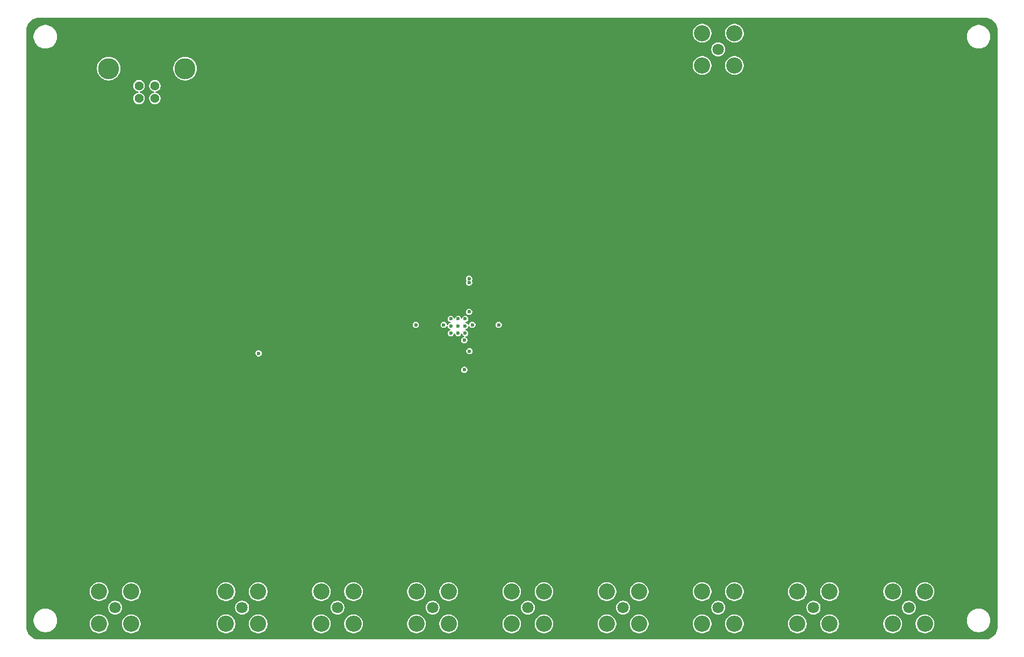
<source format=gbr>
%TF.GenerationSoftware,KiCad,Pcbnew,9.0.1*%
%TF.CreationDate,2025-12-28T11:24:27-06:00*%
%TF.ProjectId,opensync_prototype,6f70656e-7379-46e6-935f-70726f746f74,0.1*%
%TF.SameCoordinates,Original*%
%TF.FileFunction,Copper,L3,Inr*%
%TF.FilePolarity,Positive*%
%FSLAX46Y46*%
G04 Gerber Fmt 4.6, Leading zero omitted, Abs format (unit mm)*
G04 Created by KiCad (PCBNEW 9.0.1) date 2025-12-28 11:24:27*
%MOMM*%
%LPD*%
G01*
G04 APERTURE LIST*
%TA.AperFunction,ComponentPad*%
%ADD10C,1.800000*%
%TD*%
%TA.AperFunction,ComponentPad*%
%ADD11C,2.550000*%
%TD*%
%TA.AperFunction,ComponentPad*%
%ADD12C,1.428000*%
%TD*%
%TA.AperFunction,ComponentPad*%
%ADD13C,3.316000*%
%TD*%
%TA.AperFunction,ComponentPad*%
%ADD14C,0.600000*%
%TD*%
%TA.AperFunction,ViaPad*%
%ADD15C,0.600000*%
%TD*%
G04 APERTURE END LIST*
D10*
%TO.N,/Microcontroller and Ext. Clock/SAFETY_INTERLOCK*%
%TO.C,J13*%
X172000000Y-51000000D03*
D11*
%TO.N,GND*%
X174540000Y-53540000D03*
X169460000Y-53540000D03*
X169460000Y-48460000D03*
X174540000Y-48460000D03*
%TD*%
D12*
%TO.N,VBUS*%
%TO.C,J1*%
X80750000Y-58740000D03*
%TO.N,/Power and Data/USB_D-*%
X83250000Y-58740000D03*
%TO.N,/Power and Data/USB_D+*%
X83250000Y-56740000D03*
%TO.N,GND_BUS*%
X80750000Y-56740000D03*
D13*
X88020000Y-54030000D03*
X75980000Y-54030000D03*
%TD*%
D14*
%TO.N,GND*%
%TO.C,U2*%
X129866667Y-93466667D03*
X129866667Y-94600000D03*
X129866667Y-95733333D03*
X131000000Y-93466667D03*
X131000000Y-94600000D03*
X131000000Y-95733333D03*
X132133333Y-93466667D03*
X132133333Y-94600000D03*
X132133333Y-95733333D03*
%TD*%
D10*
%TO.N,Net-(J6-Pad1)*%
%TO.C,J6*%
X127000000Y-139000000D03*
D11*
%TO.N,GND*%
X129540000Y-136460000D03*
X124460000Y-136460000D03*
X124460000Y-141540000D03*
X129540000Y-141540000D03*
%TD*%
D10*
%TO.N,Net-(J10-Pad1)*%
%TO.C,J10*%
X187000000Y-139000000D03*
D11*
%TO.N,GND*%
X189540000Y-136460000D03*
X184460000Y-136460000D03*
X184460000Y-141540000D03*
X189540000Y-141540000D03*
%TD*%
D10*
%TO.N,Net-(J9-Pad1)*%
%TO.C,J9*%
X172000000Y-139000000D03*
D11*
%TO.N,GND*%
X174540000Y-136460000D03*
X169460000Y-136460000D03*
X169460000Y-141540000D03*
X174540000Y-141540000D03*
%TD*%
D10*
%TO.N,Net-(J4-Pad1)*%
%TO.C,J4*%
X97000000Y-139000000D03*
D11*
%TO.N,GND*%
X99540000Y-136460000D03*
X94460000Y-136460000D03*
X94460000Y-141540000D03*
X99540000Y-141540000D03*
%TD*%
D10*
%TO.N,Net-(J8-Pad1)*%
%TO.C,J8*%
X157000000Y-139000000D03*
D11*
%TO.N,GND*%
X159540000Y-136460000D03*
X154460000Y-136460000D03*
X154460000Y-141540000D03*
X159540000Y-141540000D03*
%TD*%
D10*
%TO.N,Net-(J11-Pad1)*%
%TO.C,J11*%
X202000000Y-139000000D03*
D11*
%TO.N,GND*%
X204540000Y-136460000D03*
X199460000Y-136460000D03*
X199460000Y-141540000D03*
X204540000Y-141540000D03*
%TD*%
D10*
%TO.N,Net-(J2-Pad1)*%
%TO.C,J2*%
X77000000Y-139000000D03*
D11*
%TO.N,GND*%
X79540000Y-136460000D03*
X74460000Y-136460000D03*
X74460000Y-141540000D03*
X79540000Y-141540000D03*
%TD*%
D10*
%TO.N,Net-(J7-Pad1)*%
%TO.C,J7*%
X142000000Y-139000000D03*
D11*
%TO.N,GND*%
X144540000Y-136460000D03*
X139460000Y-136460000D03*
X139460000Y-141540000D03*
X144540000Y-141540000D03*
%TD*%
D10*
%TO.N,Net-(J5-Pad1)*%
%TO.C,J5*%
X112000000Y-139000000D03*
D11*
%TO.N,GND*%
X114540000Y-136460000D03*
X109460000Y-136460000D03*
X109460000Y-141540000D03*
X114540000Y-141540000D03*
%TD*%
D15*
%TO.N,+5V*%
X202000000Y-58800000D03*
%TO.N,+1V1*%
X132750000Y-87750000D03*
X132000000Y-101500000D03*
X133250000Y-94400000D03*
X128750000Y-94400000D03*
X132750000Y-92350000D03*
X124350000Y-94400000D03*
X137400000Y-94400000D03*
X132000000Y-96850000D03*
X132750000Y-87150000D03*
%TO.N,+5V*%
X205200000Y-132400000D03*
X130200000Y-132400000D03*
X175200000Y-132400000D03*
X145200000Y-132400000D03*
X96100000Y-78200000D03*
X100200000Y-132400000D03*
X115200000Y-132400000D03*
X160200000Y-132400000D03*
X190200000Y-132400000D03*
%TO.N,/Microcontroller and Ext. Clock/RUN*%
X99600000Y-98900000D03*
X132800000Y-98550000D03*
%TD*%
%TA.AperFunction,Conductor*%
%TO.N,+5V*%
G36*
X214003234Y-46000712D02*
G01*
X214254517Y-46017181D01*
X214267342Y-46018870D01*
X214511150Y-46067366D01*
X214523650Y-46070715D01*
X214645120Y-46111949D01*
X214759033Y-46150618D01*
X214770996Y-46155574D01*
X214993929Y-46265512D01*
X215005145Y-46271987D01*
X215211824Y-46410086D01*
X215222097Y-46417969D01*
X215408981Y-46581861D01*
X215418138Y-46591018D01*
X215582030Y-46777902D01*
X215589913Y-46788175D01*
X215728012Y-46994854D01*
X215734487Y-47006070D01*
X215844425Y-47229003D01*
X215849381Y-47240966D01*
X215929282Y-47476344D01*
X215932634Y-47488853D01*
X215981128Y-47732650D01*
X215982818Y-47745489D01*
X215999288Y-47996765D01*
X215999500Y-48003240D01*
X215999500Y-141996759D01*
X215999288Y-142003234D01*
X215982818Y-142254510D01*
X215981128Y-142267349D01*
X215932634Y-142511146D01*
X215929282Y-142523655D01*
X215849381Y-142759033D01*
X215844425Y-142770996D01*
X215734487Y-142993929D01*
X215728012Y-143005145D01*
X215589913Y-143211824D01*
X215582030Y-143222097D01*
X215418138Y-143408981D01*
X215408981Y-143418138D01*
X215222097Y-143582030D01*
X215211824Y-143589913D01*
X215005145Y-143728012D01*
X214993929Y-143734487D01*
X214770996Y-143844425D01*
X214759033Y-143849381D01*
X214523655Y-143929282D01*
X214511146Y-143932634D01*
X214267349Y-143981128D01*
X214254510Y-143982818D01*
X214003234Y-143999288D01*
X213996759Y-143999500D01*
X65003241Y-143999500D01*
X64996766Y-143999288D01*
X64745489Y-143982818D01*
X64732650Y-143981128D01*
X64488853Y-143932634D01*
X64476344Y-143929282D01*
X64240966Y-143849381D01*
X64229003Y-143844425D01*
X64006070Y-143734487D01*
X63994854Y-143728012D01*
X63788175Y-143589913D01*
X63777902Y-143582030D01*
X63591018Y-143418138D01*
X63581861Y-143408981D01*
X63417969Y-143222097D01*
X63410086Y-143211824D01*
X63271987Y-143005145D01*
X63265512Y-142993929D01*
X63155574Y-142770996D01*
X63150618Y-142759033D01*
X63070717Y-142523655D01*
X63067365Y-142511146D01*
X63018870Y-142267342D01*
X63017181Y-142254510D01*
X63015098Y-142222731D01*
X63000712Y-142003234D01*
X63000500Y-141996759D01*
X63000500Y-140878710D01*
X64149500Y-140878710D01*
X64149500Y-141121289D01*
X64181161Y-141361781D01*
X64181161Y-141361786D01*
X64243944Y-141596092D01*
X64243948Y-141596105D01*
X64336772Y-141820204D01*
X64336774Y-141820208D01*
X64336776Y-141820212D01*
X64440577Y-142000000D01*
X64458066Y-142030292D01*
X64605729Y-142222731D01*
X64605731Y-142222733D01*
X64605735Y-142222738D01*
X64777262Y-142394265D01*
X64777266Y-142394268D01*
X64777268Y-142394270D01*
X64937877Y-142517509D01*
X64969711Y-142541936D01*
X65179788Y-142663224D01*
X65179794Y-142663226D01*
X65179795Y-142663227D01*
X65216406Y-142678391D01*
X65403900Y-142756054D01*
X65638211Y-142818838D01*
X65878712Y-142850500D01*
X65878713Y-142850500D01*
X66121287Y-142850500D01*
X66121288Y-142850500D01*
X66361789Y-142818838D01*
X66596100Y-142756054D01*
X66820212Y-142663224D01*
X67030289Y-142541936D01*
X67222738Y-142394265D01*
X67394265Y-142222738D01*
X67541936Y-142030289D01*
X67663224Y-141820212D01*
X67756054Y-141596100D01*
X67802203Y-141423872D01*
X72984500Y-141423872D01*
X72984500Y-141656127D01*
X73020829Y-141885509D01*
X73059081Y-142003234D01*
X73092600Y-142106396D01*
X73130373Y-142180529D01*
X73198037Y-142313329D01*
X73272698Y-142416091D01*
X73334551Y-142501224D01*
X73498776Y-142665449D01*
X73623479Y-142756051D01*
X73686670Y-142801962D01*
X73753069Y-142835794D01*
X73893604Y-142907400D01*
X74114486Y-142979169D01*
X74114487Y-142979169D01*
X74114490Y-142979170D01*
X74343873Y-143015500D01*
X74343876Y-143015500D01*
X74576127Y-143015500D01*
X74805509Y-142979170D01*
X74805510Y-142979169D01*
X74805514Y-142979169D01*
X75026396Y-142907400D01*
X75233331Y-142801961D01*
X75421224Y-142665449D01*
X75585449Y-142501224D01*
X75721961Y-142313331D01*
X75827400Y-142106396D01*
X75899169Y-141885514D01*
X75935500Y-141656124D01*
X75935500Y-141423876D01*
X75935500Y-141423872D01*
X78064500Y-141423872D01*
X78064500Y-141656127D01*
X78100829Y-141885509D01*
X78139081Y-142003234D01*
X78172600Y-142106396D01*
X78210373Y-142180529D01*
X78278037Y-142313329D01*
X78352698Y-142416091D01*
X78414551Y-142501224D01*
X78578776Y-142665449D01*
X78703479Y-142756051D01*
X78766670Y-142801962D01*
X78833069Y-142835794D01*
X78973604Y-142907400D01*
X79194486Y-142979169D01*
X79194487Y-142979169D01*
X79194490Y-142979170D01*
X79423873Y-143015500D01*
X79423876Y-143015500D01*
X79656127Y-143015500D01*
X79885509Y-142979170D01*
X79885510Y-142979169D01*
X79885514Y-142979169D01*
X80106396Y-142907400D01*
X80313331Y-142801961D01*
X80501224Y-142665449D01*
X80665449Y-142501224D01*
X80801961Y-142313331D01*
X80907400Y-142106396D01*
X80979169Y-141885514D01*
X81015500Y-141656124D01*
X81015500Y-141423876D01*
X81015500Y-141423872D01*
X92984500Y-141423872D01*
X92984500Y-141656127D01*
X93020829Y-141885509D01*
X93059081Y-142003234D01*
X93092600Y-142106396D01*
X93130373Y-142180529D01*
X93198037Y-142313329D01*
X93272698Y-142416091D01*
X93334551Y-142501224D01*
X93498776Y-142665449D01*
X93623479Y-142756051D01*
X93686670Y-142801962D01*
X93753069Y-142835794D01*
X93893604Y-142907400D01*
X94114486Y-142979169D01*
X94114487Y-142979169D01*
X94114490Y-142979170D01*
X94343873Y-143015500D01*
X94343876Y-143015500D01*
X94576127Y-143015500D01*
X94805509Y-142979170D01*
X94805510Y-142979169D01*
X94805514Y-142979169D01*
X95026396Y-142907400D01*
X95233331Y-142801961D01*
X95421224Y-142665449D01*
X95585449Y-142501224D01*
X95721961Y-142313331D01*
X95827400Y-142106396D01*
X95899169Y-141885514D01*
X95935500Y-141656124D01*
X95935500Y-141423876D01*
X95935500Y-141423872D01*
X98064500Y-141423872D01*
X98064500Y-141656127D01*
X98100829Y-141885509D01*
X98139081Y-142003234D01*
X98172600Y-142106396D01*
X98210373Y-142180529D01*
X98278037Y-142313329D01*
X98352698Y-142416091D01*
X98414551Y-142501224D01*
X98578776Y-142665449D01*
X98703479Y-142756051D01*
X98766670Y-142801962D01*
X98833069Y-142835794D01*
X98973604Y-142907400D01*
X99194486Y-142979169D01*
X99194487Y-142979169D01*
X99194490Y-142979170D01*
X99423873Y-143015500D01*
X99423876Y-143015500D01*
X99656127Y-143015500D01*
X99885509Y-142979170D01*
X99885510Y-142979169D01*
X99885514Y-142979169D01*
X100106396Y-142907400D01*
X100313331Y-142801961D01*
X100501224Y-142665449D01*
X100665449Y-142501224D01*
X100801961Y-142313331D01*
X100907400Y-142106396D01*
X100979169Y-141885514D01*
X101015500Y-141656124D01*
X101015500Y-141423876D01*
X101015500Y-141423872D01*
X107984500Y-141423872D01*
X107984500Y-141656127D01*
X108020829Y-141885509D01*
X108059081Y-142003234D01*
X108092600Y-142106396D01*
X108130373Y-142180529D01*
X108198037Y-142313329D01*
X108272698Y-142416091D01*
X108334551Y-142501224D01*
X108498776Y-142665449D01*
X108623479Y-142756051D01*
X108686670Y-142801962D01*
X108753069Y-142835794D01*
X108893604Y-142907400D01*
X109114486Y-142979169D01*
X109114487Y-142979169D01*
X109114490Y-142979170D01*
X109343873Y-143015500D01*
X109343876Y-143015500D01*
X109576127Y-143015500D01*
X109805509Y-142979170D01*
X109805510Y-142979169D01*
X109805514Y-142979169D01*
X110026396Y-142907400D01*
X110233331Y-142801961D01*
X110421224Y-142665449D01*
X110585449Y-142501224D01*
X110721961Y-142313331D01*
X110827400Y-142106396D01*
X110899169Y-141885514D01*
X110935500Y-141656124D01*
X110935500Y-141423876D01*
X110935500Y-141423872D01*
X113064500Y-141423872D01*
X113064500Y-141656127D01*
X113100829Y-141885509D01*
X113139081Y-142003234D01*
X113172600Y-142106396D01*
X113210373Y-142180529D01*
X113278037Y-142313329D01*
X113352698Y-142416091D01*
X113414551Y-142501224D01*
X113578776Y-142665449D01*
X113703479Y-142756051D01*
X113766670Y-142801962D01*
X113833069Y-142835794D01*
X113973604Y-142907400D01*
X114194486Y-142979169D01*
X114194487Y-142979169D01*
X114194490Y-142979170D01*
X114423873Y-143015500D01*
X114423876Y-143015500D01*
X114656127Y-143015500D01*
X114885509Y-142979170D01*
X114885510Y-142979169D01*
X114885514Y-142979169D01*
X115106396Y-142907400D01*
X115313331Y-142801961D01*
X115501224Y-142665449D01*
X115665449Y-142501224D01*
X115801961Y-142313331D01*
X115907400Y-142106396D01*
X115979169Y-141885514D01*
X116015500Y-141656124D01*
X116015500Y-141423876D01*
X116015500Y-141423872D01*
X122984500Y-141423872D01*
X122984500Y-141656127D01*
X123020829Y-141885509D01*
X123059081Y-142003234D01*
X123092600Y-142106396D01*
X123130373Y-142180529D01*
X123198037Y-142313329D01*
X123272698Y-142416091D01*
X123334551Y-142501224D01*
X123498776Y-142665449D01*
X123623479Y-142756051D01*
X123686670Y-142801962D01*
X123753069Y-142835794D01*
X123893604Y-142907400D01*
X124114486Y-142979169D01*
X124114487Y-142979169D01*
X124114490Y-142979170D01*
X124343873Y-143015500D01*
X124343876Y-143015500D01*
X124576127Y-143015500D01*
X124805509Y-142979170D01*
X124805510Y-142979169D01*
X124805514Y-142979169D01*
X125026396Y-142907400D01*
X125233331Y-142801961D01*
X125421224Y-142665449D01*
X125585449Y-142501224D01*
X125721961Y-142313331D01*
X125827400Y-142106396D01*
X125899169Y-141885514D01*
X125935500Y-141656124D01*
X125935500Y-141423876D01*
X125935500Y-141423872D01*
X128064500Y-141423872D01*
X128064500Y-141656127D01*
X128100829Y-141885509D01*
X128139081Y-142003234D01*
X128172600Y-142106396D01*
X128210373Y-142180529D01*
X128278037Y-142313329D01*
X128352698Y-142416091D01*
X128414551Y-142501224D01*
X128578776Y-142665449D01*
X128703479Y-142756051D01*
X128766670Y-142801962D01*
X128833069Y-142835794D01*
X128973604Y-142907400D01*
X129194486Y-142979169D01*
X129194487Y-142979169D01*
X129194490Y-142979170D01*
X129423873Y-143015500D01*
X129423876Y-143015500D01*
X129656127Y-143015500D01*
X129885509Y-142979170D01*
X129885510Y-142979169D01*
X129885514Y-142979169D01*
X130106396Y-142907400D01*
X130313331Y-142801961D01*
X130501224Y-142665449D01*
X130665449Y-142501224D01*
X130801961Y-142313331D01*
X130907400Y-142106396D01*
X130979169Y-141885514D01*
X131015500Y-141656124D01*
X131015500Y-141423876D01*
X131015500Y-141423872D01*
X137984500Y-141423872D01*
X137984500Y-141656127D01*
X138020829Y-141885509D01*
X138059081Y-142003234D01*
X138092600Y-142106396D01*
X138130373Y-142180529D01*
X138198037Y-142313329D01*
X138272698Y-142416091D01*
X138334551Y-142501224D01*
X138498776Y-142665449D01*
X138623479Y-142756051D01*
X138686670Y-142801962D01*
X138753069Y-142835794D01*
X138893604Y-142907400D01*
X139114486Y-142979169D01*
X139114487Y-142979169D01*
X139114490Y-142979170D01*
X139343873Y-143015500D01*
X139343876Y-143015500D01*
X139576127Y-143015500D01*
X139805509Y-142979170D01*
X139805510Y-142979169D01*
X139805514Y-142979169D01*
X140026396Y-142907400D01*
X140233331Y-142801961D01*
X140421224Y-142665449D01*
X140585449Y-142501224D01*
X140721961Y-142313331D01*
X140827400Y-142106396D01*
X140899169Y-141885514D01*
X140935500Y-141656124D01*
X140935500Y-141423876D01*
X140935500Y-141423872D01*
X143064500Y-141423872D01*
X143064500Y-141656127D01*
X143100829Y-141885509D01*
X143139081Y-142003234D01*
X143172600Y-142106396D01*
X143210373Y-142180529D01*
X143278037Y-142313329D01*
X143352698Y-142416091D01*
X143414551Y-142501224D01*
X143578776Y-142665449D01*
X143703479Y-142756051D01*
X143766670Y-142801962D01*
X143833069Y-142835794D01*
X143973604Y-142907400D01*
X144194486Y-142979169D01*
X144194487Y-142979169D01*
X144194490Y-142979170D01*
X144423873Y-143015500D01*
X144423876Y-143015500D01*
X144656127Y-143015500D01*
X144885509Y-142979170D01*
X144885510Y-142979169D01*
X144885514Y-142979169D01*
X145106396Y-142907400D01*
X145313331Y-142801961D01*
X145501224Y-142665449D01*
X145665449Y-142501224D01*
X145801961Y-142313331D01*
X145907400Y-142106396D01*
X145979169Y-141885514D01*
X146015500Y-141656124D01*
X146015500Y-141423876D01*
X146015500Y-141423872D01*
X152984500Y-141423872D01*
X152984500Y-141656127D01*
X153020829Y-141885509D01*
X153059081Y-142003234D01*
X153092600Y-142106396D01*
X153130373Y-142180529D01*
X153198037Y-142313329D01*
X153272698Y-142416091D01*
X153334551Y-142501224D01*
X153498776Y-142665449D01*
X153623479Y-142756051D01*
X153686670Y-142801962D01*
X153753069Y-142835794D01*
X153893604Y-142907400D01*
X154114486Y-142979169D01*
X154114487Y-142979169D01*
X154114490Y-142979170D01*
X154343873Y-143015500D01*
X154343876Y-143015500D01*
X154576127Y-143015500D01*
X154805509Y-142979170D01*
X154805510Y-142979169D01*
X154805514Y-142979169D01*
X155026396Y-142907400D01*
X155233331Y-142801961D01*
X155421224Y-142665449D01*
X155585449Y-142501224D01*
X155721961Y-142313331D01*
X155827400Y-142106396D01*
X155899169Y-141885514D01*
X155935500Y-141656124D01*
X155935500Y-141423876D01*
X155935500Y-141423872D01*
X158064500Y-141423872D01*
X158064500Y-141656127D01*
X158100829Y-141885509D01*
X158139081Y-142003234D01*
X158172600Y-142106396D01*
X158210373Y-142180529D01*
X158278037Y-142313329D01*
X158352698Y-142416091D01*
X158414551Y-142501224D01*
X158578776Y-142665449D01*
X158703479Y-142756051D01*
X158766670Y-142801962D01*
X158833069Y-142835794D01*
X158973604Y-142907400D01*
X159194486Y-142979169D01*
X159194487Y-142979169D01*
X159194490Y-142979170D01*
X159423873Y-143015500D01*
X159423876Y-143015500D01*
X159656127Y-143015500D01*
X159885509Y-142979170D01*
X159885510Y-142979169D01*
X159885514Y-142979169D01*
X160106396Y-142907400D01*
X160313331Y-142801961D01*
X160501224Y-142665449D01*
X160665449Y-142501224D01*
X160801961Y-142313331D01*
X160907400Y-142106396D01*
X160979169Y-141885514D01*
X161015500Y-141656124D01*
X161015500Y-141423876D01*
X161015500Y-141423872D01*
X167984500Y-141423872D01*
X167984500Y-141656127D01*
X168020829Y-141885509D01*
X168059081Y-142003234D01*
X168092600Y-142106396D01*
X168130373Y-142180529D01*
X168198037Y-142313329D01*
X168272698Y-142416091D01*
X168334551Y-142501224D01*
X168498776Y-142665449D01*
X168623479Y-142756051D01*
X168686670Y-142801962D01*
X168753069Y-142835794D01*
X168893604Y-142907400D01*
X169114486Y-142979169D01*
X169114487Y-142979169D01*
X169114490Y-142979170D01*
X169343873Y-143015500D01*
X169343876Y-143015500D01*
X169576127Y-143015500D01*
X169805509Y-142979170D01*
X169805510Y-142979169D01*
X169805514Y-142979169D01*
X170026396Y-142907400D01*
X170233331Y-142801961D01*
X170421224Y-142665449D01*
X170585449Y-142501224D01*
X170721961Y-142313331D01*
X170827400Y-142106396D01*
X170899169Y-141885514D01*
X170935500Y-141656124D01*
X170935500Y-141423876D01*
X170935500Y-141423872D01*
X173064500Y-141423872D01*
X173064500Y-141656127D01*
X173100829Y-141885509D01*
X173139081Y-142003234D01*
X173172600Y-142106396D01*
X173210373Y-142180529D01*
X173278037Y-142313329D01*
X173352698Y-142416091D01*
X173414551Y-142501224D01*
X173578776Y-142665449D01*
X173703479Y-142756051D01*
X173766670Y-142801962D01*
X173833069Y-142835794D01*
X173973604Y-142907400D01*
X174194486Y-142979169D01*
X174194487Y-142979169D01*
X174194490Y-142979170D01*
X174423873Y-143015500D01*
X174423876Y-143015500D01*
X174656127Y-143015500D01*
X174885509Y-142979170D01*
X174885510Y-142979169D01*
X174885514Y-142979169D01*
X175106396Y-142907400D01*
X175313331Y-142801961D01*
X175501224Y-142665449D01*
X175665449Y-142501224D01*
X175801961Y-142313331D01*
X175907400Y-142106396D01*
X175979169Y-141885514D01*
X176015500Y-141656124D01*
X176015500Y-141423876D01*
X176015500Y-141423872D01*
X182984500Y-141423872D01*
X182984500Y-141656127D01*
X183020829Y-141885509D01*
X183059081Y-142003234D01*
X183092600Y-142106396D01*
X183130373Y-142180529D01*
X183198037Y-142313329D01*
X183272698Y-142416091D01*
X183334551Y-142501224D01*
X183498776Y-142665449D01*
X183623479Y-142756051D01*
X183686670Y-142801962D01*
X183753069Y-142835794D01*
X183893604Y-142907400D01*
X184114486Y-142979169D01*
X184114487Y-142979169D01*
X184114490Y-142979170D01*
X184343873Y-143015500D01*
X184343876Y-143015500D01*
X184576127Y-143015500D01*
X184805509Y-142979170D01*
X184805510Y-142979169D01*
X184805514Y-142979169D01*
X185026396Y-142907400D01*
X185233331Y-142801961D01*
X185421224Y-142665449D01*
X185585449Y-142501224D01*
X185721961Y-142313331D01*
X185827400Y-142106396D01*
X185899169Y-141885514D01*
X185935500Y-141656124D01*
X185935500Y-141423876D01*
X185935500Y-141423872D01*
X188064500Y-141423872D01*
X188064500Y-141656127D01*
X188100829Y-141885509D01*
X188139081Y-142003234D01*
X188172600Y-142106396D01*
X188210373Y-142180529D01*
X188278037Y-142313329D01*
X188352698Y-142416091D01*
X188414551Y-142501224D01*
X188578776Y-142665449D01*
X188703479Y-142756051D01*
X188766670Y-142801962D01*
X188833069Y-142835794D01*
X188973604Y-142907400D01*
X189194486Y-142979169D01*
X189194487Y-142979169D01*
X189194490Y-142979170D01*
X189423873Y-143015500D01*
X189423876Y-143015500D01*
X189656127Y-143015500D01*
X189885509Y-142979170D01*
X189885510Y-142979169D01*
X189885514Y-142979169D01*
X190106396Y-142907400D01*
X190313331Y-142801961D01*
X190501224Y-142665449D01*
X190665449Y-142501224D01*
X190801961Y-142313331D01*
X190907400Y-142106396D01*
X190979169Y-141885514D01*
X191015500Y-141656124D01*
X191015500Y-141423876D01*
X191015500Y-141423872D01*
X197984500Y-141423872D01*
X197984500Y-141656127D01*
X198020829Y-141885509D01*
X198059081Y-142003234D01*
X198092600Y-142106396D01*
X198130373Y-142180529D01*
X198198037Y-142313329D01*
X198272698Y-142416091D01*
X198334551Y-142501224D01*
X198498776Y-142665449D01*
X198623479Y-142756051D01*
X198686670Y-142801962D01*
X198753069Y-142835794D01*
X198893604Y-142907400D01*
X199114486Y-142979169D01*
X199114487Y-142979169D01*
X199114490Y-142979170D01*
X199343873Y-143015500D01*
X199343876Y-143015500D01*
X199576127Y-143015500D01*
X199805509Y-142979170D01*
X199805510Y-142979169D01*
X199805514Y-142979169D01*
X200026396Y-142907400D01*
X200233331Y-142801961D01*
X200421224Y-142665449D01*
X200585449Y-142501224D01*
X200721961Y-142313331D01*
X200827400Y-142106396D01*
X200899169Y-141885514D01*
X200935500Y-141656124D01*
X200935500Y-141423876D01*
X200935500Y-141423872D01*
X203064500Y-141423872D01*
X203064500Y-141656127D01*
X203100829Y-141885509D01*
X203139081Y-142003234D01*
X203172600Y-142106396D01*
X203210373Y-142180529D01*
X203278037Y-142313329D01*
X203352698Y-142416091D01*
X203414551Y-142501224D01*
X203578776Y-142665449D01*
X203703479Y-142756051D01*
X203766670Y-142801962D01*
X203833069Y-142835794D01*
X203973604Y-142907400D01*
X204194486Y-142979169D01*
X204194487Y-142979169D01*
X204194490Y-142979170D01*
X204423873Y-143015500D01*
X204423876Y-143015500D01*
X204656127Y-143015500D01*
X204885509Y-142979170D01*
X204885510Y-142979169D01*
X204885514Y-142979169D01*
X205106396Y-142907400D01*
X205313331Y-142801961D01*
X205501224Y-142665449D01*
X205665449Y-142501224D01*
X205801961Y-142313331D01*
X205907400Y-142106396D01*
X205979169Y-141885514D01*
X206015500Y-141656124D01*
X206015500Y-141423876D01*
X206015500Y-141423872D01*
X205979170Y-141194490D01*
X205907400Y-140973605D01*
X205907400Y-140973604D01*
X205859049Y-140878710D01*
X211149500Y-140878710D01*
X211149500Y-141121289D01*
X211181161Y-141361781D01*
X211181161Y-141361786D01*
X211243944Y-141596092D01*
X211243948Y-141596105D01*
X211336772Y-141820204D01*
X211336774Y-141820208D01*
X211336776Y-141820212D01*
X211440577Y-142000000D01*
X211458066Y-142030292D01*
X211605729Y-142222731D01*
X211605731Y-142222733D01*
X211605735Y-142222738D01*
X211777262Y-142394265D01*
X211777266Y-142394268D01*
X211777268Y-142394270D01*
X211937877Y-142517509D01*
X211969711Y-142541936D01*
X212179788Y-142663224D01*
X212179794Y-142663226D01*
X212179795Y-142663227D01*
X212216406Y-142678391D01*
X212403900Y-142756054D01*
X212638211Y-142818838D01*
X212878712Y-142850500D01*
X212878713Y-142850500D01*
X213121287Y-142850500D01*
X213121288Y-142850500D01*
X213361789Y-142818838D01*
X213596100Y-142756054D01*
X213820212Y-142663224D01*
X214030289Y-142541936D01*
X214222738Y-142394265D01*
X214394265Y-142222738D01*
X214541936Y-142030289D01*
X214663224Y-141820212D01*
X214756054Y-141596100D01*
X214818838Y-141361789D01*
X214850500Y-141121288D01*
X214850500Y-140878712D01*
X214818838Y-140638211D01*
X214756054Y-140403900D01*
X214663224Y-140179788D01*
X214541936Y-139969711D01*
X214394265Y-139777262D01*
X214222738Y-139605735D01*
X214222733Y-139605731D01*
X214222731Y-139605729D01*
X214030292Y-139458066D01*
X214030289Y-139458064D01*
X213820212Y-139336776D01*
X213820208Y-139336774D01*
X213820204Y-139336772D01*
X213596105Y-139243948D01*
X213596104Y-139243947D01*
X213596100Y-139243946D01*
X213361789Y-139181162D01*
X213361786Y-139181161D01*
X213361784Y-139181161D01*
X213121289Y-139149500D01*
X213121288Y-139149500D01*
X212878712Y-139149500D01*
X212878710Y-139149500D01*
X212638218Y-139181161D01*
X212638213Y-139181161D01*
X212403907Y-139243944D01*
X212403894Y-139243948D01*
X212179795Y-139336772D01*
X211969707Y-139458066D01*
X211777268Y-139605729D01*
X211605729Y-139777268D01*
X211458066Y-139969707D01*
X211336772Y-140179795D01*
X211243948Y-140403894D01*
X211243944Y-140403907D01*
X211181161Y-140638213D01*
X211181161Y-140638218D01*
X211149500Y-140878710D01*
X205859049Y-140878710D01*
X205801961Y-140766669D01*
X205665449Y-140578776D01*
X205501224Y-140414551D01*
X205416091Y-140352698D01*
X205313329Y-140278037D01*
X205180529Y-140210373D01*
X205106396Y-140172600D01*
X205106393Y-140172599D01*
X205106391Y-140172598D01*
X204885509Y-140100829D01*
X204656127Y-140064500D01*
X204656124Y-140064500D01*
X204423876Y-140064500D01*
X204423873Y-140064500D01*
X204194490Y-140100829D01*
X203973608Y-140172598D01*
X203766670Y-140278037D01*
X203578777Y-140414550D01*
X203414550Y-140578777D01*
X203278037Y-140766670D01*
X203172598Y-140973608D01*
X203100829Y-141194490D01*
X203064500Y-141423872D01*
X200935500Y-141423872D01*
X200899170Y-141194490D01*
X200827401Y-140973608D01*
X200827400Y-140973604D01*
X200755794Y-140833069D01*
X200721962Y-140766670D01*
X200628631Y-140638211D01*
X200585449Y-140578776D01*
X200421224Y-140414551D01*
X200336091Y-140352698D01*
X200233329Y-140278037D01*
X200100529Y-140210373D01*
X200026396Y-140172600D01*
X200026393Y-140172599D01*
X200026391Y-140172598D01*
X199805509Y-140100829D01*
X199576127Y-140064500D01*
X199576124Y-140064500D01*
X199343876Y-140064500D01*
X199343873Y-140064500D01*
X199114490Y-140100829D01*
X198893608Y-140172598D01*
X198686670Y-140278037D01*
X198498777Y-140414550D01*
X198334550Y-140578777D01*
X198198037Y-140766670D01*
X198092598Y-140973608D01*
X198020829Y-141194490D01*
X197984500Y-141423872D01*
X191015500Y-141423872D01*
X190979170Y-141194490D01*
X190907401Y-140973608D01*
X190907400Y-140973604D01*
X190835794Y-140833069D01*
X190801962Y-140766670D01*
X190708631Y-140638211D01*
X190665449Y-140578776D01*
X190501224Y-140414551D01*
X190416091Y-140352698D01*
X190313329Y-140278037D01*
X190180529Y-140210373D01*
X190106396Y-140172600D01*
X190106393Y-140172599D01*
X190106391Y-140172598D01*
X189885509Y-140100829D01*
X189656127Y-140064500D01*
X189656124Y-140064500D01*
X189423876Y-140064500D01*
X189423873Y-140064500D01*
X189194490Y-140100829D01*
X188973608Y-140172598D01*
X188766670Y-140278037D01*
X188578777Y-140414550D01*
X188414550Y-140578777D01*
X188278037Y-140766670D01*
X188172598Y-140973608D01*
X188100829Y-141194490D01*
X188064500Y-141423872D01*
X185935500Y-141423872D01*
X185899170Y-141194490D01*
X185827401Y-140973608D01*
X185827400Y-140973604D01*
X185755794Y-140833069D01*
X185721962Y-140766670D01*
X185628631Y-140638211D01*
X185585449Y-140578776D01*
X185421224Y-140414551D01*
X185336091Y-140352698D01*
X185233329Y-140278037D01*
X185100529Y-140210373D01*
X185026396Y-140172600D01*
X185026393Y-140172599D01*
X185026391Y-140172598D01*
X184805509Y-140100829D01*
X184576127Y-140064500D01*
X184576124Y-140064500D01*
X184343876Y-140064500D01*
X184343873Y-140064500D01*
X184114490Y-140100829D01*
X183893608Y-140172598D01*
X183686670Y-140278037D01*
X183498777Y-140414550D01*
X183334550Y-140578777D01*
X183198037Y-140766670D01*
X183092598Y-140973608D01*
X183020829Y-141194490D01*
X182984500Y-141423872D01*
X176015500Y-141423872D01*
X175979170Y-141194490D01*
X175907401Y-140973608D01*
X175907400Y-140973604D01*
X175835794Y-140833069D01*
X175801962Y-140766670D01*
X175708631Y-140638211D01*
X175665449Y-140578776D01*
X175501224Y-140414551D01*
X175416091Y-140352698D01*
X175313329Y-140278037D01*
X175180529Y-140210373D01*
X175106396Y-140172600D01*
X175106393Y-140172599D01*
X175106391Y-140172598D01*
X174885509Y-140100829D01*
X174656127Y-140064500D01*
X174656124Y-140064500D01*
X174423876Y-140064500D01*
X174423873Y-140064500D01*
X174194490Y-140100829D01*
X173973608Y-140172598D01*
X173766670Y-140278037D01*
X173578777Y-140414550D01*
X173414550Y-140578777D01*
X173278037Y-140766670D01*
X173172598Y-140973608D01*
X173100829Y-141194490D01*
X173064500Y-141423872D01*
X170935500Y-141423872D01*
X170899170Y-141194490D01*
X170827401Y-140973608D01*
X170827400Y-140973604D01*
X170755794Y-140833069D01*
X170721962Y-140766670D01*
X170628631Y-140638211D01*
X170585449Y-140578776D01*
X170421224Y-140414551D01*
X170336091Y-140352698D01*
X170233329Y-140278037D01*
X170100529Y-140210373D01*
X170026396Y-140172600D01*
X170026393Y-140172599D01*
X170026391Y-140172598D01*
X169805509Y-140100829D01*
X169576127Y-140064500D01*
X169576124Y-140064500D01*
X169343876Y-140064500D01*
X169343873Y-140064500D01*
X169114490Y-140100829D01*
X168893608Y-140172598D01*
X168686670Y-140278037D01*
X168498777Y-140414550D01*
X168334550Y-140578777D01*
X168198037Y-140766670D01*
X168092598Y-140973608D01*
X168020829Y-141194490D01*
X167984500Y-141423872D01*
X161015500Y-141423872D01*
X160979170Y-141194490D01*
X160907401Y-140973608D01*
X160907400Y-140973604D01*
X160835794Y-140833069D01*
X160801962Y-140766670D01*
X160708631Y-140638211D01*
X160665449Y-140578776D01*
X160501224Y-140414551D01*
X160416091Y-140352698D01*
X160313329Y-140278037D01*
X160180529Y-140210373D01*
X160106396Y-140172600D01*
X160106393Y-140172599D01*
X160106391Y-140172598D01*
X159885509Y-140100829D01*
X159656127Y-140064500D01*
X159656124Y-140064500D01*
X159423876Y-140064500D01*
X159423873Y-140064500D01*
X159194490Y-140100829D01*
X158973608Y-140172598D01*
X158766670Y-140278037D01*
X158578777Y-140414550D01*
X158414550Y-140578777D01*
X158278037Y-140766670D01*
X158172598Y-140973608D01*
X158100829Y-141194490D01*
X158064500Y-141423872D01*
X155935500Y-141423872D01*
X155899170Y-141194490D01*
X155827401Y-140973608D01*
X155827400Y-140973604D01*
X155755794Y-140833069D01*
X155721962Y-140766670D01*
X155628631Y-140638211D01*
X155585449Y-140578776D01*
X155421224Y-140414551D01*
X155336091Y-140352698D01*
X155233329Y-140278037D01*
X155100529Y-140210373D01*
X155026396Y-140172600D01*
X155026393Y-140172599D01*
X155026391Y-140172598D01*
X154805509Y-140100829D01*
X154576127Y-140064500D01*
X154576124Y-140064500D01*
X154343876Y-140064500D01*
X154343873Y-140064500D01*
X154114490Y-140100829D01*
X153893608Y-140172598D01*
X153686670Y-140278037D01*
X153498777Y-140414550D01*
X153334550Y-140578777D01*
X153198037Y-140766670D01*
X153092598Y-140973608D01*
X153020829Y-141194490D01*
X152984500Y-141423872D01*
X146015500Y-141423872D01*
X145979170Y-141194490D01*
X145907401Y-140973608D01*
X145907400Y-140973604D01*
X145835794Y-140833069D01*
X145801962Y-140766670D01*
X145708631Y-140638211D01*
X145665449Y-140578776D01*
X145501224Y-140414551D01*
X145416091Y-140352698D01*
X145313329Y-140278037D01*
X145180529Y-140210373D01*
X145106396Y-140172600D01*
X145106393Y-140172599D01*
X145106391Y-140172598D01*
X144885509Y-140100829D01*
X144656127Y-140064500D01*
X144656124Y-140064500D01*
X144423876Y-140064500D01*
X144423873Y-140064500D01*
X144194490Y-140100829D01*
X143973608Y-140172598D01*
X143766670Y-140278037D01*
X143578777Y-140414550D01*
X143414550Y-140578777D01*
X143278037Y-140766670D01*
X143172598Y-140973608D01*
X143100829Y-141194490D01*
X143064500Y-141423872D01*
X140935500Y-141423872D01*
X140899170Y-141194490D01*
X140827401Y-140973608D01*
X140827400Y-140973604D01*
X140755794Y-140833069D01*
X140721962Y-140766670D01*
X140628631Y-140638211D01*
X140585449Y-140578776D01*
X140421224Y-140414551D01*
X140336091Y-140352698D01*
X140233329Y-140278037D01*
X140100529Y-140210373D01*
X140026396Y-140172600D01*
X140026393Y-140172599D01*
X140026391Y-140172598D01*
X139805509Y-140100829D01*
X139576127Y-140064500D01*
X139576124Y-140064500D01*
X139343876Y-140064500D01*
X139343873Y-140064500D01*
X139114490Y-140100829D01*
X138893608Y-140172598D01*
X138686670Y-140278037D01*
X138498777Y-140414550D01*
X138334550Y-140578777D01*
X138198037Y-140766670D01*
X138092598Y-140973608D01*
X138020829Y-141194490D01*
X137984500Y-141423872D01*
X131015500Y-141423872D01*
X130979170Y-141194490D01*
X130907401Y-140973608D01*
X130907400Y-140973604D01*
X130835794Y-140833069D01*
X130801962Y-140766670D01*
X130708631Y-140638211D01*
X130665449Y-140578776D01*
X130501224Y-140414551D01*
X130416091Y-140352698D01*
X130313329Y-140278037D01*
X130180529Y-140210373D01*
X130106396Y-140172600D01*
X130106393Y-140172599D01*
X130106391Y-140172598D01*
X129885509Y-140100829D01*
X129656127Y-140064500D01*
X129656124Y-140064500D01*
X129423876Y-140064500D01*
X129423873Y-140064500D01*
X129194490Y-140100829D01*
X128973608Y-140172598D01*
X128766670Y-140278037D01*
X128578777Y-140414550D01*
X128414550Y-140578777D01*
X128278037Y-140766670D01*
X128172598Y-140973608D01*
X128100829Y-141194490D01*
X128064500Y-141423872D01*
X125935500Y-141423872D01*
X125899170Y-141194490D01*
X125827401Y-140973608D01*
X125827400Y-140973604D01*
X125755794Y-140833069D01*
X125721962Y-140766670D01*
X125628631Y-140638211D01*
X125585449Y-140578776D01*
X125421224Y-140414551D01*
X125336091Y-140352698D01*
X125233329Y-140278037D01*
X125100529Y-140210373D01*
X125026396Y-140172600D01*
X125026393Y-140172599D01*
X125026391Y-140172598D01*
X124805509Y-140100829D01*
X124576127Y-140064500D01*
X124576124Y-140064500D01*
X124343876Y-140064500D01*
X124343873Y-140064500D01*
X124114490Y-140100829D01*
X123893608Y-140172598D01*
X123686670Y-140278037D01*
X123498777Y-140414550D01*
X123334550Y-140578777D01*
X123198037Y-140766670D01*
X123092598Y-140973608D01*
X123020829Y-141194490D01*
X122984500Y-141423872D01*
X116015500Y-141423872D01*
X115979170Y-141194490D01*
X115907401Y-140973608D01*
X115907400Y-140973604D01*
X115835794Y-140833069D01*
X115801962Y-140766670D01*
X115708631Y-140638211D01*
X115665449Y-140578776D01*
X115501224Y-140414551D01*
X115416091Y-140352698D01*
X115313329Y-140278037D01*
X115180529Y-140210373D01*
X115106396Y-140172600D01*
X115106393Y-140172599D01*
X115106391Y-140172598D01*
X114885509Y-140100829D01*
X114656127Y-140064500D01*
X114656124Y-140064500D01*
X114423876Y-140064500D01*
X114423873Y-140064500D01*
X114194490Y-140100829D01*
X113973608Y-140172598D01*
X113766670Y-140278037D01*
X113578777Y-140414550D01*
X113414550Y-140578777D01*
X113278037Y-140766670D01*
X113172598Y-140973608D01*
X113100829Y-141194490D01*
X113064500Y-141423872D01*
X110935500Y-141423872D01*
X110899170Y-141194490D01*
X110827401Y-140973608D01*
X110827400Y-140973604D01*
X110755794Y-140833069D01*
X110721962Y-140766670D01*
X110628631Y-140638211D01*
X110585449Y-140578776D01*
X110421224Y-140414551D01*
X110336091Y-140352698D01*
X110233329Y-140278037D01*
X110100529Y-140210373D01*
X110026396Y-140172600D01*
X110026393Y-140172599D01*
X110026391Y-140172598D01*
X109805509Y-140100829D01*
X109576127Y-140064500D01*
X109576124Y-140064500D01*
X109343876Y-140064500D01*
X109343873Y-140064500D01*
X109114490Y-140100829D01*
X108893608Y-140172598D01*
X108686670Y-140278037D01*
X108498777Y-140414550D01*
X108334550Y-140578777D01*
X108198037Y-140766670D01*
X108092598Y-140973608D01*
X108020829Y-141194490D01*
X107984500Y-141423872D01*
X101015500Y-141423872D01*
X100979170Y-141194490D01*
X100907401Y-140973608D01*
X100907400Y-140973604D01*
X100835794Y-140833069D01*
X100801962Y-140766670D01*
X100708631Y-140638211D01*
X100665449Y-140578776D01*
X100501224Y-140414551D01*
X100416091Y-140352698D01*
X100313329Y-140278037D01*
X100180529Y-140210373D01*
X100106396Y-140172600D01*
X100106393Y-140172599D01*
X100106391Y-140172598D01*
X99885509Y-140100829D01*
X99656127Y-140064500D01*
X99656124Y-140064500D01*
X99423876Y-140064500D01*
X99423873Y-140064500D01*
X99194490Y-140100829D01*
X98973608Y-140172598D01*
X98766670Y-140278037D01*
X98578777Y-140414550D01*
X98414550Y-140578777D01*
X98278037Y-140766670D01*
X98172598Y-140973608D01*
X98100829Y-141194490D01*
X98064500Y-141423872D01*
X95935500Y-141423872D01*
X95899170Y-141194490D01*
X95827401Y-140973608D01*
X95827400Y-140973604D01*
X95755794Y-140833069D01*
X95721962Y-140766670D01*
X95628631Y-140638211D01*
X95585449Y-140578776D01*
X95421224Y-140414551D01*
X95336091Y-140352698D01*
X95233329Y-140278037D01*
X95100529Y-140210373D01*
X95026396Y-140172600D01*
X95026393Y-140172599D01*
X95026391Y-140172598D01*
X94805509Y-140100829D01*
X94576127Y-140064500D01*
X94576124Y-140064500D01*
X94343876Y-140064500D01*
X94343873Y-140064500D01*
X94114490Y-140100829D01*
X93893608Y-140172598D01*
X93686670Y-140278037D01*
X93498777Y-140414550D01*
X93334550Y-140578777D01*
X93198037Y-140766670D01*
X93092598Y-140973608D01*
X93020829Y-141194490D01*
X92984500Y-141423872D01*
X81015500Y-141423872D01*
X80979170Y-141194490D01*
X80907401Y-140973608D01*
X80907400Y-140973604D01*
X80835794Y-140833069D01*
X80801962Y-140766670D01*
X80708631Y-140638211D01*
X80665449Y-140578776D01*
X80501224Y-140414551D01*
X80416091Y-140352698D01*
X80313329Y-140278037D01*
X80180529Y-140210373D01*
X80106396Y-140172600D01*
X80106393Y-140172599D01*
X80106391Y-140172598D01*
X79885509Y-140100829D01*
X79656127Y-140064500D01*
X79656124Y-140064500D01*
X79423876Y-140064500D01*
X79423873Y-140064500D01*
X79194490Y-140100829D01*
X78973608Y-140172598D01*
X78766670Y-140278037D01*
X78578777Y-140414550D01*
X78414550Y-140578777D01*
X78278037Y-140766670D01*
X78172598Y-140973608D01*
X78100829Y-141194490D01*
X78064500Y-141423872D01*
X75935500Y-141423872D01*
X75899170Y-141194490D01*
X75827401Y-140973608D01*
X75827400Y-140973604D01*
X75755794Y-140833069D01*
X75721962Y-140766670D01*
X75628631Y-140638211D01*
X75585449Y-140578776D01*
X75421224Y-140414551D01*
X75336091Y-140352698D01*
X75233329Y-140278037D01*
X75100529Y-140210373D01*
X75026396Y-140172600D01*
X75026393Y-140172599D01*
X75026391Y-140172598D01*
X74805509Y-140100829D01*
X74576127Y-140064500D01*
X74576124Y-140064500D01*
X74343876Y-140064500D01*
X74343873Y-140064500D01*
X74114490Y-140100829D01*
X73893608Y-140172598D01*
X73686670Y-140278037D01*
X73498777Y-140414550D01*
X73334550Y-140578777D01*
X73198037Y-140766670D01*
X73092598Y-140973608D01*
X73020829Y-141194490D01*
X72984500Y-141423872D01*
X67802203Y-141423872D01*
X67818838Y-141361789D01*
X67850500Y-141121288D01*
X67850500Y-140878712D01*
X67818838Y-140638211D01*
X67756054Y-140403900D01*
X67663224Y-140179788D01*
X67541936Y-139969711D01*
X67394265Y-139777262D01*
X67222738Y-139605735D01*
X67222733Y-139605731D01*
X67222731Y-139605729D01*
X67030292Y-139458066D01*
X67030289Y-139458064D01*
X66820212Y-139336776D01*
X66820208Y-139336774D01*
X66820204Y-139336772D01*
X66596105Y-139243948D01*
X66596104Y-139243947D01*
X66596100Y-139243946D01*
X66361789Y-139181162D01*
X66361786Y-139181161D01*
X66361784Y-139181161D01*
X66121289Y-139149500D01*
X66121288Y-139149500D01*
X65878712Y-139149500D01*
X65878710Y-139149500D01*
X65638218Y-139181161D01*
X65638213Y-139181161D01*
X65403907Y-139243944D01*
X65403894Y-139243948D01*
X65179795Y-139336772D01*
X64969707Y-139458066D01*
X64777268Y-139605729D01*
X64605729Y-139777268D01*
X64458066Y-139969707D01*
X64336772Y-140179795D01*
X64243948Y-140403894D01*
X64243944Y-140403907D01*
X64181161Y-140638213D01*
X64181161Y-140638218D01*
X64149500Y-140878710D01*
X63000500Y-140878710D01*
X63000500Y-138913385D01*
X75899500Y-138913385D01*
X75899500Y-139086614D01*
X75926597Y-139257702D01*
X75926598Y-139257706D01*
X75980123Y-139422438D01*
X75980125Y-139422441D01*
X75980126Y-139422444D01*
X75980127Y-139422445D01*
X76058768Y-139576788D01*
X76160586Y-139716928D01*
X76283072Y-139839414D01*
X76423212Y-139941232D01*
X76577555Y-140019873D01*
X76577557Y-140019873D01*
X76577558Y-140019874D01*
X76577561Y-140019876D01*
X76742293Y-140073401D01*
X76742297Y-140073402D01*
X76913386Y-140100500D01*
X76913389Y-140100500D01*
X77086614Y-140100500D01*
X77257702Y-140073402D01*
X77257706Y-140073401D01*
X77422438Y-140019876D01*
X77422440Y-140019874D01*
X77422445Y-140019873D01*
X77576788Y-139941232D01*
X77716928Y-139839414D01*
X77839414Y-139716928D01*
X77941232Y-139576788D01*
X78019873Y-139422445D01*
X78019874Y-139422440D01*
X78019876Y-139422438D01*
X78073401Y-139257706D01*
X78073402Y-139257702D01*
X78100500Y-139086614D01*
X78100500Y-138913385D01*
X95899500Y-138913385D01*
X95899500Y-139086614D01*
X95926597Y-139257702D01*
X95926598Y-139257706D01*
X95980123Y-139422438D01*
X95980125Y-139422441D01*
X95980126Y-139422444D01*
X95980127Y-139422445D01*
X96058768Y-139576788D01*
X96160586Y-139716928D01*
X96283072Y-139839414D01*
X96423212Y-139941232D01*
X96577555Y-140019873D01*
X96577557Y-140019873D01*
X96577558Y-140019874D01*
X96577561Y-140019876D01*
X96742293Y-140073401D01*
X96742297Y-140073402D01*
X96913386Y-140100500D01*
X96913389Y-140100500D01*
X97086614Y-140100500D01*
X97257702Y-140073402D01*
X97257706Y-140073401D01*
X97422438Y-140019876D01*
X97422440Y-140019874D01*
X97422445Y-140019873D01*
X97576788Y-139941232D01*
X97716928Y-139839414D01*
X97839414Y-139716928D01*
X97941232Y-139576788D01*
X98019873Y-139422445D01*
X98019874Y-139422440D01*
X98019876Y-139422438D01*
X98073401Y-139257706D01*
X98073402Y-139257702D01*
X98100500Y-139086614D01*
X98100500Y-138913385D01*
X110899500Y-138913385D01*
X110899500Y-139086614D01*
X110926597Y-139257702D01*
X110926598Y-139257706D01*
X110980123Y-139422438D01*
X110980125Y-139422441D01*
X110980126Y-139422444D01*
X110980127Y-139422445D01*
X111058768Y-139576788D01*
X111160586Y-139716928D01*
X111283072Y-139839414D01*
X111423212Y-139941232D01*
X111577555Y-140019873D01*
X111577557Y-140019873D01*
X111577558Y-140019874D01*
X111577561Y-140019876D01*
X111742293Y-140073401D01*
X111742297Y-140073402D01*
X111913386Y-140100500D01*
X111913389Y-140100500D01*
X112086614Y-140100500D01*
X112257702Y-140073402D01*
X112257706Y-140073401D01*
X112422438Y-140019876D01*
X112422440Y-140019874D01*
X112422445Y-140019873D01*
X112576788Y-139941232D01*
X112716928Y-139839414D01*
X112839414Y-139716928D01*
X112941232Y-139576788D01*
X113019873Y-139422445D01*
X113019874Y-139422440D01*
X113019876Y-139422438D01*
X113073401Y-139257706D01*
X113073402Y-139257702D01*
X113100500Y-139086614D01*
X113100500Y-138913385D01*
X125899500Y-138913385D01*
X125899500Y-139086614D01*
X125926597Y-139257702D01*
X125926598Y-139257706D01*
X125980123Y-139422438D01*
X125980125Y-139422441D01*
X125980126Y-139422444D01*
X125980127Y-139422445D01*
X126058768Y-139576788D01*
X126160586Y-139716928D01*
X126283072Y-139839414D01*
X126423212Y-139941232D01*
X126577555Y-140019873D01*
X126577557Y-140019873D01*
X126577558Y-140019874D01*
X126577561Y-140019876D01*
X126742293Y-140073401D01*
X126742297Y-140073402D01*
X126913386Y-140100500D01*
X126913389Y-140100500D01*
X127086614Y-140100500D01*
X127257702Y-140073402D01*
X127257706Y-140073401D01*
X127422438Y-140019876D01*
X127422440Y-140019874D01*
X127422445Y-140019873D01*
X127576788Y-139941232D01*
X127716928Y-139839414D01*
X127839414Y-139716928D01*
X127941232Y-139576788D01*
X128019873Y-139422445D01*
X128019874Y-139422440D01*
X128019876Y-139422438D01*
X128073401Y-139257706D01*
X128073402Y-139257702D01*
X128100500Y-139086614D01*
X128100500Y-138913385D01*
X140899500Y-138913385D01*
X140899500Y-139086614D01*
X140926597Y-139257702D01*
X140926598Y-139257706D01*
X140980123Y-139422438D01*
X140980125Y-139422441D01*
X140980126Y-139422444D01*
X140980127Y-139422445D01*
X141058768Y-139576788D01*
X141160586Y-139716928D01*
X141283072Y-139839414D01*
X141423212Y-139941232D01*
X141577555Y-140019873D01*
X141577557Y-140019873D01*
X141577558Y-140019874D01*
X141577561Y-140019876D01*
X141742293Y-140073401D01*
X141742297Y-140073402D01*
X141913386Y-140100500D01*
X141913389Y-140100500D01*
X142086614Y-140100500D01*
X142257702Y-140073402D01*
X142257706Y-140073401D01*
X142422438Y-140019876D01*
X142422440Y-140019874D01*
X142422445Y-140019873D01*
X142576788Y-139941232D01*
X142716928Y-139839414D01*
X142839414Y-139716928D01*
X142941232Y-139576788D01*
X143019873Y-139422445D01*
X143019874Y-139422440D01*
X143019876Y-139422438D01*
X143073401Y-139257706D01*
X143073402Y-139257702D01*
X143100500Y-139086614D01*
X143100500Y-138913385D01*
X155899500Y-138913385D01*
X155899500Y-139086614D01*
X155926597Y-139257702D01*
X155926598Y-139257706D01*
X155980123Y-139422438D01*
X155980125Y-139422441D01*
X155980126Y-139422444D01*
X155980127Y-139422445D01*
X156058768Y-139576788D01*
X156160586Y-139716928D01*
X156283072Y-139839414D01*
X156423212Y-139941232D01*
X156577555Y-140019873D01*
X156577557Y-140019873D01*
X156577558Y-140019874D01*
X156577561Y-140019876D01*
X156742293Y-140073401D01*
X156742297Y-140073402D01*
X156913386Y-140100500D01*
X156913389Y-140100500D01*
X157086614Y-140100500D01*
X157257702Y-140073402D01*
X157257706Y-140073401D01*
X157422438Y-140019876D01*
X157422440Y-140019874D01*
X157422445Y-140019873D01*
X157576788Y-139941232D01*
X157716928Y-139839414D01*
X157839414Y-139716928D01*
X157941232Y-139576788D01*
X158019873Y-139422445D01*
X158019874Y-139422440D01*
X158019876Y-139422438D01*
X158073401Y-139257706D01*
X158073402Y-139257702D01*
X158100500Y-139086614D01*
X158100500Y-138913385D01*
X170899500Y-138913385D01*
X170899500Y-139086614D01*
X170926597Y-139257702D01*
X170926598Y-139257706D01*
X170980123Y-139422438D01*
X170980125Y-139422441D01*
X170980126Y-139422444D01*
X170980127Y-139422445D01*
X171058768Y-139576788D01*
X171160586Y-139716928D01*
X171283072Y-139839414D01*
X171423212Y-139941232D01*
X171577555Y-140019873D01*
X171577557Y-140019873D01*
X171577558Y-140019874D01*
X171577561Y-140019876D01*
X171742293Y-140073401D01*
X171742297Y-140073402D01*
X171913386Y-140100500D01*
X171913389Y-140100500D01*
X172086614Y-140100500D01*
X172257702Y-140073402D01*
X172257706Y-140073401D01*
X172422438Y-140019876D01*
X172422440Y-140019874D01*
X172422445Y-140019873D01*
X172576788Y-139941232D01*
X172716928Y-139839414D01*
X172839414Y-139716928D01*
X172941232Y-139576788D01*
X173019873Y-139422445D01*
X173019874Y-139422440D01*
X173019876Y-139422438D01*
X173073401Y-139257706D01*
X173073402Y-139257702D01*
X173100500Y-139086614D01*
X173100500Y-138913385D01*
X185899500Y-138913385D01*
X185899500Y-139086614D01*
X185926597Y-139257702D01*
X185926598Y-139257706D01*
X185980123Y-139422438D01*
X185980125Y-139422441D01*
X185980126Y-139422444D01*
X185980127Y-139422445D01*
X186058768Y-139576788D01*
X186160586Y-139716928D01*
X186283072Y-139839414D01*
X186423212Y-139941232D01*
X186577555Y-140019873D01*
X186577557Y-140019873D01*
X186577558Y-140019874D01*
X186577561Y-140019876D01*
X186742293Y-140073401D01*
X186742297Y-140073402D01*
X186913386Y-140100500D01*
X186913389Y-140100500D01*
X187086614Y-140100500D01*
X187257702Y-140073402D01*
X187257706Y-140073401D01*
X187422438Y-140019876D01*
X187422440Y-140019874D01*
X187422445Y-140019873D01*
X187576788Y-139941232D01*
X187716928Y-139839414D01*
X187839414Y-139716928D01*
X187941232Y-139576788D01*
X188019873Y-139422445D01*
X188019874Y-139422440D01*
X188019876Y-139422438D01*
X188073401Y-139257706D01*
X188073402Y-139257702D01*
X188100500Y-139086614D01*
X188100500Y-138913385D01*
X200899500Y-138913385D01*
X200899500Y-139086614D01*
X200926597Y-139257702D01*
X200926598Y-139257706D01*
X200980123Y-139422438D01*
X200980125Y-139422441D01*
X200980126Y-139422444D01*
X200980127Y-139422445D01*
X201058768Y-139576788D01*
X201160586Y-139716928D01*
X201283072Y-139839414D01*
X201423212Y-139941232D01*
X201577555Y-140019873D01*
X201577557Y-140019873D01*
X201577558Y-140019874D01*
X201577561Y-140019876D01*
X201742293Y-140073401D01*
X201742297Y-140073402D01*
X201913386Y-140100500D01*
X201913389Y-140100500D01*
X202086614Y-140100500D01*
X202257702Y-140073402D01*
X202257706Y-140073401D01*
X202422438Y-140019876D01*
X202422440Y-140019874D01*
X202422445Y-140019873D01*
X202576788Y-139941232D01*
X202716928Y-139839414D01*
X202839414Y-139716928D01*
X202941232Y-139576788D01*
X203019873Y-139422445D01*
X203019874Y-139422440D01*
X203019876Y-139422438D01*
X203073401Y-139257706D01*
X203073402Y-139257702D01*
X203100500Y-139086614D01*
X203100500Y-138913385D01*
X203073402Y-138742297D01*
X203073401Y-138742293D01*
X203019876Y-138577561D01*
X203019874Y-138577558D01*
X203019873Y-138577557D01*
X203019873Y-138577555D01*
X202941232Y-138423212D01*
X202839414Y-138283072D01*
X202716928Y-138160586D01*
X202576788Y-138058768D01*
X202576787Y-138058767D01*
X202576785Y-138058766D01*
X202422441Y-137980125D01*
X202422438Y-137980123D01*
X202257706Y-137926598D01*
X202257702Y-137926597D01*
X202086614Y-137899500D01*
X202086611Y-137899500D01*
X201913389Y-137899500D01*
X201913386Y-137899500D01*
X201742297Y-137926597D01*
X201742293Y-137926598D01*
X201577561Y-137980123D01*
X201577558Y-137980125D01*
X201423214Y-138058766D01*
X201283073Y-138160585D01*
X201160585Y-138283073D01*
X201058766Y-138423214D01*
X200980125Y-138577558D01*
X200980123Y-138577561D01*
X200926598Y-138742293D01*
X200926597Y-138742297D01*
X200899500Y-138913385D01*
X188100500Y-138913385D01*
X188073402Y-138742297D01*
X188073401Y-138742293D01*
X188019876Y-138577561D01*
X188019874Y-138577558D01*
X188019873Y-138577557D01*
X188019873Y-138577555D01*
X187941232Y-138423212D01*
X187839414Y-138283072D01*
X187716928Y-138160586D01*
X187576788Y-138058768D01*
X187576787Y-138058767D01*
X187576785Y-138058766D01*
X187422441Y-137980125D01*
X187422438Y-137980123D01*
X187257706Y-137926598D01*
X187257702Y-137926597D01*
X187086614Y-137899500D01*
X187086611Y-137899500D01*
X186913389Y-137899500D01*
X186913386Y-137899500D01*
X186742297Y-137926597D01*
X186742293Y-137926598D01*
X186577561Y-137980123D01*
X186577558Y-137980125D01*
X186423214Y-138058766D01*
X186283073Y-138160585D01*
X186160585Y-138283073D01*
X186058766Y-138423214D01*
X185980125Y-138577558D01*
X185980123Y-138577561D01*
X185926598Y-138742293D01*
X185926597Y-138742297D01*
X185899500Y-138913385D01*
X173100500Y-138913385D01*
X173073402Y-138742297D01*
X173073401Y-138742293D01*
X173019876Y-138577561D01*
X173019874Y-138577558D01*
X173019873Y-138577557D01*
X173019873Y-138577555D01*
X172941232Y-138423212D01*
X172839414Y-138283072D01*
X172716928Y-138160586D01*
X172576788Y-138058768D01*
X172576787Y-138058767D01*
X172576785Y-138058766D01*
X172422441Y-137980125D01*
X172422438Y-137980123D01*
X172257706Y-137926598D01*
X172257702Y-137926597D01*
X172086614Y-137899500D01*
X172086611Y-137899500D01*
X171913389Y-137899500D01*
X171913386Y-137899500D01*
X171742297Y-137926597D01*
X171742293Y-137926598D01*
X171577561Y-137980123D01*
X171577558Y-137980125D01*
X171423214Y-138058766D01*
X171283073Y-138160585D01*
X171160585Y-138283073D01*
X171058766Y-138423214D01*
X170980125Y-138577558D01*
X170980123Y-138577561D01*
X170926598Y-138742293D01*
X170926597Y-138742297D01*
X170899500Y-138913385D01*
X158100500Y-138913385D01*
X158073402Y-138742297D01*
X158073401Y-138742293D01*
X158019876Y-138577561D01*
X158019874Y-138577558D01*
X158019873Y-138577557D01*
X158019873Y-138577555D01*
X157941232Y-138423212D01*
X157839414Y-138283072D01*
X157716928Y-138160586D01*
X157576788Y-138058768D01*
X157576787Y-138058767D01*
X157576785Y-138058766D01*
X157422441Y-137980125D01*
X157422438Y-137980123D01*
X157257706Y-137926598D01*
X157257702Y-137926597D01*
X157086614Y-137899500D01*
X157086611Y-137899500D01*
X156913389Y-137899500D01*
X156913386Y-137899500D01*
X156742297Y-137926597D01*
X156742293Y-137926598D01*
X156577561Y-137980123D01*
X156577558Y-137980125D01*
X156423214Y-138058766D01*
X156283073Y-138160585D01*
X156160585Y-138283073D01*
X156058766Y-138423214D01*
X155980125Y-138577558D01*
X155980123Y-138577561D01*
X155926598Y-138742293D01*
X155926597Y-138742297D01*
X155899500Y-138913385D01*
X143100500Y-138913385D01*
X143073402Y-138742297D01*
X143073401Y-138742293D01*
X143019876Y-138577561D01*
X143019874Y-138577558D01*
X143019873Y-138577557D01*
X143019873Y-138577555D01*
X142941232Y-138423212D01*
X142839414Y-138283072D01*
X142716928Y-138160586D01*
X142576788Y-138058768D01*
X142576787Y-138058767D01*
X142576785Y-138058766D01*
X142422441Y-137980125D01*
X142422438Y-137980123D01*
X142257706Y-137926598D01*
X142257702Y-137926597D01*
X142086614Y-137899500D01*
X142086611Y-137899500D01*
X141913389Y-137899500D01*
X141913386Y-137899500D01*
X141742297Y-137926597D01*
X141742293Y-137926598D01*
X141577561Y-137980123D01*
X141577558Y-137980125D01*
X141423214Y-138058766D01*
X141283073Y-138160585D01*
X141160585Y-138283073D01*
X141058766Y-138423214D01*
X140980125Y-138577558D01*
X140980123Y-138577561D01*
X140926598Y-138742293D01*
X140926597Y-138742297D01*
X140899500Y-138913385D01*
X128100500Y-138913385D01*
X128073402Y-138742297D01*
X128073401Y-138742293D01*
X128019876Y-138577561D01*
X128019874Y-138577558D01*
X128019873Y-138577557D01*
X128019873Y-138577555D01*
X127941232Y-138423212D01*
X127839414Y-138283072D01*
X127716928Y-138160586D01*
X127576788Y-138058768D01*
X127576787Y-138058767D01*
X127576785Y-138058766D01*
X127422441Y-137980125D01*
X127422438Y-137980123D01*
X127257706Y-137926598D01*
X127257702Y-137926597D01*
X127086614Y-137899500D01*
X127086611Y-137899500D01*
X126913389Y-137899500D01*
X126913386Y-137899500D01*
X126742297Y-137926597D01*
X126742293Y-137926598D01*
X126577561Y-137980123D01*
X126577558Y-137980125D01*
X126423214Y-138058766D01*
X126283073Y-138160585D01*
X126160585Y-138283073D01*
X126058766Y-138423214D01*
X125980125Y-138577558D01*
X125980123Y-138577561D01*
X125926598Y-138742293D01*
X125926597Y-138742297D01*
X125899500Y-138913385D01*
X113100500Y-138913385D01*
X113073402Y-138742297D01*
X113073401Y-138742293D01*
X113019876Y-138577561D01*
X113019874Y-138577558D01*
X113019873Y-138577557D01*
X113019873Y-138577555D01*
X112941232Y-138423212D01*
X112839414Y-138283072D01*
X112716928Y-138160586D01*
X112576788Y-138058768D01*
X112576787Y-138058767D01*
X112576785Y-138058766D01*
X112422441Y-137980125D01*
X112422438Y-137980123D01*
X112257706Y-137926598D01*
X112257702Y-137926597D01*
X112086614Y-137899500D01*
X112086611Y-137899500D01*
X111913389Y-137899500D01*
X111913386Y-137899500D01*
X111742297Y-137926597D01*
X111742293Y-137926598D01*
X111577561Y-137980123D01*
X111577558Y-137980125D01*
X111423214Y-138058766D01*
X111283073Y-138160585D01*
X111160585Y-138283073D01*
X111058766Y-138423214D01*
X110980125Y-138577558D01*
X110980123Y-138577561D01*
X110926598Y-138742293D01*
X110926597Y-138742297D01*
X110899500Y-138913385D01*
X98100500Y-138913385D01*
X98073402Y-138742297D01*
X98073401Y-138742293D01*
X98019876Y-138577561D01*
X98019874Y-138577558D01*
X98019873Y-138577557D01*
X98019873Y-138577555D01*
X97941232Y-138423212D01*
X97839414Y-138283072D01*
X97716928Y-138160586D01*
X97576788Y-138058768D01*
X97576787Y-138058767D01*
X97576785Y-138058766D01*
X97422441Y-137980125D01*
X97422438Y-137980123D01*
X97257706Y-137926598D01*
X97257702Y-137926597D01*
X97086614Y-137899500D01*
X97086611Y-137899500D01*
X96913389Y-137899500D01*
X96913386Y-137899500D01*
X96742297Y-137926597D01*
X96742293Y-137926598D01*
X96577561Y-137980123D01*
X96577558Y-137980125D01*
X96423214Y-138058766D01*
X96283073Y-138160585D01*
X96160585Y-138283073D01*
X96058766Y-138423214D01*
X95980125Y-138577558D01*
X95980123Y-138577561D01*
X95926598Y-138742293D01*
X95926597Y-138742297D01*
X95899500Y-138913385D01*
X78100500Y-138913385D01*
X78073402Y-138742297D01*
X78073401Y-138742293D01*
X78019876Y-138577561D01*
X78019874Y-138577558D01*
X78019873Y-138577557D01*
X78019873Y-138577555D01*
X77941232Y-138423212D01*
X77839414Y-138283072D01*
X77716928Y-138160586D01*
X77576788Y-138058768D01*
X77576787Y-138058767D01*
X77576785Y-138058766D01*
X77422441Y-137980125D01*
X77422438Y-137980123D01*
X77257706Y-137926598D01*
X77257702Y-137926597D01*
X77086614Y-137899500D01*
X77086611Y-137899500D01*
X76913389Y-137899500D01*
X76913386Y-137899500D01*
X76742297Y-137926597D01*
X76742293Y-137926598D01*
X76577561Y-137980123D01*
X76577558Y-137980125D01*
X76423214Y-138058766D01*
X76283073Y-138160585D01*
X76160585Y-138283073D01*
X76058766Y-138423214D01*
X75980125Y-138577558D01*
X75980123Y-138577561D01*
X75926598Y-138742293D01*
X75926597Y-138742297D01*
X75899500Y-138913385D01*
X63000500Y-138913385D01*
X63000500Y-136343872D01*
X72984500Y-136343872D01*
X72984500Y-136576127D01*
X73020829Y-136805509D01*
X73020831Y-136805514D01*
X73092600Y-137026396D01*
X73130373Y-137100529D01*
X73198037Y-137233329D01*
X73272698Y-137336091D01*
X73334551Y-137421224D01*
X73498776Y-137585449D01*
X73635289Y-137684631D01*
X73686670Y-137721962D01*
X73753069Y-137755794D01*
X73893604Y-137827400D01*
X74114486Y-137899169D01*
X74114487Y-137899169D01*
X74114490Y-137899170D01*
X74343873Y-137935500D01*
X74343876Y-137935500D01*
X74576127Y-137935500D01*
X74805509Y-137899170D01*
X74805510Y-137899169D01*
X74805514Y-137899169D01*
X75026396Y-137827400D01*
X75233331Y-137721961D01*
X75421224Y-137585449D01*
X75585449Y-137421224D01*
X75721961Y-137233331D01*
X75827400Y-137026396D01*
X75899169Y-136805514D01*
X75935500Y-136576124D01*
X75935500Y-136343876D01*
X75935500Y-136343872D01*
X78064500Y-136343872D01*
X78064500Y-136576127D01*
X78100829Y-136805509D01*
X78100831Y-136805514D01*
X78172600Y-137026396D01*
X78210373Y-137100529D01*
X78278037Y-137233329D01*
X78352698Y-137336091D01*
X78414551Y-137421224D01*
X78578776Y-137585449D01*
X78715289Y-137684631D01*
X78766670Y-137721962D01*
X78833069Y-137755794D01*
X78973604Y-137827400D01*
X79194486Y-137899169D01*
X79194487Y-137899169D01*
X79194490Y-137899170D01*
X79423873Y-137935500D01*
X79423876Y-137935500D01*
X79656127Y-137935500D01*
X79885509Y-137899170D01*
X79885510Y-137899169D01*
X79885514Y-137899169D01*
X80106396Y-137827400D01*
X80313331Y-137721961D01*
X80501224Y-137585449D01*
X80665449Y-137421224D01*
X80801961Y-137233331D01*
X80907400Y-137026396D01*
X80979169Y-136805514D01*
X81015500Y-136576124D01*
X81015500Y-136343876D01*
X81015500Y-136343872D01*
X92984500Y-136343872D01*
X92984500Y-136576127D01*
X93020829Y-136805509D01*
X93020831Y-136805514D01*
X93092600Y-137026396D01*
X93130373Y-137100529D01*
X93198037Y-137233329D01*
X93272698Y-137336091D01*
X93334551Y-137421224D01*
X93498776Y-137585449D01*
X93635289Y-137684631D01*
X93686670Y-137721962D01*
X93753069Y-137755794D01*
X93893604Y-137827400D01*
X94114486Y-137899169D01*
X94114487Y-137899169D01*
X94114490Y-137899170D01*
X94343873Y-137935500D01*
X94343876Y-137935500D01*
X94576127Y-137935500D01*
X94805509Y-137899170D01*
X94805510Y-137899169D01*
X94805514Y-137899169D01*
X95026396Y-137827400D01*
X95233331Y-137721961D01*
X95421224Y-137585449D01*
X95585449Y-137421224D01*
X95721961Y-137233331D01*
X95827400Y-137026396D01*
X95899169Y-136805514D01*
X95935500Y-136576124D01*
X95935500Y-136343876D01*
X95935500Y-136343872D01*
X98064500Y-136343872D01*
X98064500Y-136576127D01*
X98100829Y-136805509D01*
X98100831Y-136805514D01*
X98172600Y-137026396D01*
X98210373Y-137100529D01*
X98278037Y-137233329D01*
X98352698Y-137336091D01*
X98414551Y-137421224D01*
X98578776Y-137585449D01*
X98715289Y-137684631D01*
X98766670Y-137721962D01*
X98833069Y-137755794D01*
X98973604Y-137827400D01*
X99194486Y-137899169D01*
X99194487Y-137899169D01*
X99194490Y-137899170D01*
X99423873Y-137935500D01*
X99423876Y-137935500D01*
X99656127Y-137935500D01*
X99885509Y-137899170D01*
X99885510Y-137899169D01*
X99885514Y-137899169D01*
X100106396Y-137827400D01*
X100313331Y-137721961D01*
X100501224Y-137585449D01*
X100665449Y-137421224D01*
X100801961Y-137233331D01*
X100907400Y-137026396D01*
X100979169Y-136805514D01*
X101015500Y-136576124D01*
X101015500Y-136343876D01*
X101015500Y-136343872D01*
X107984500Y-136343872D01*
X107984500Y-136576127D01*
X108020829Y-136805509D01*
X108020831Y-136805514D01*
X108092600Y-137026396D01*
X108130373Y-137100529D01*
X108198037Y-137233329D01*
X108272698Y-137336091D01*
X108334551Y-137421224D01*
X108498776Y-137585449D01*
X108635289Y-137684631D01*
X108686670Y-137721962D01*
X108753069Y-137755794D01*
X108893604Y-137827400D01*
X109114486Y-137899169D01*
X109114487Y-137899169D01*
X109114490Y-137899170D01*
X109343873Y-137935500D01*
X109343876Y-137935500D01*
X109576127Y-137935500D01*
X109805509Y-137899170D01*
X109805510Y-137899169D01*
X109805514Y-137899169D01*
X110026396Y-137827400D01*
X110233331Y-137721961D01*
X110421224Y-137585449D01*
X110585449Y-137421224D01*
X110721961Y-137233331D01*
X110827400Y-137026396D01*
X110899169Y-136805514D01*
X110935500Y-136576124D01*
X110935500Y-136343876D01*
X110935500Y-136343872D01*
X113064500Y-136343872D01*
X113064500Y-136576127D01*
X113100829Y-136805509D01*
X113100831Y-136805514D01*
X113172600Y-137026396D01*
X113210373Y-137100529D01*
X113278037Y-137233329D01*
X113352698Y-137336091D01*
X113414551Y-137421224D01*
X113578776Y-137585449D01*
X113715289Y-137684631D01*
X113766670Y-137721962D01*
X113833069Y-137755794D01*
X113973604Y-137827400D01*
X114194486Y-137899169D01*
X114194487Y-137899169D01*
X114194490Y-137899170D01*
X114423873Y-137935500D01*
X114423876Y-137935500D01*
X114656127Y-137935500D01*
X114885509Y-137899170D01*
X114885510Y-137899169D01*
X114885514Y-137899169D01*
X115106396Y-137827400D01*
X115313331Y-137721961D01*
X115501224Y-137585449D01*
X115665449Y-137421224D01*
X115801961Y-137233331D01*
X115907400Y-137026396D01*
X115979169Y-136805514D01*
X116015500Y-136576124D01*
X116015500Y-136343876D01*
X116015500Y-136343872D01*
X122984500Y-136343872D01*
X122984500Y-136576127D01*
X123020829Y-136805509D01*
X123020831Y-136805514D01*
X123092600Y-137026396D01*
X123130373Y-137100529D01*
X123198037Y-137233329D01*
X123272698Y-137336091D01*
X123334551Y-137421224D01*
X123498776Y-137585449D01*
X123635289Y-137684631D01*
X123686670Y-137721962D01*
X123753069Y-137755794D01*
X123893604Y-137827400D01*
X124114486Y-137899169D01*
X124114487Y-137899169D01*
X124114490Y-137899170D01*
X124343873Y-137935500D01*
X124343876Y-137935500D01*
X124576127Y-137935500D01*
X124805509Y-137899170D01*
X124805510Y-137899169D01*
X124805514Y-137899169D01*
X125026396Y-137827400D01*
X125233331Y-137721961D01*
X125421224Y-137585449D01*
X125585449Y-137421224D01*
X125721961Y-137233331D01*
X125827400Y-137026396D01*
X125899169Y-136805514D01*
X125935500Y-136576124D01*
X125935500Y-136343876D01*
X125935500Y-136343872D01*
X128064500Y-136343872D01*
X128064500Y-136576127D01*
X128100829Y-136805509D01*
X128100831Y-136805514D01*
X128172600Y-137026396D01*
X128210373Y-137100529D01*
X128278037Y-137233329D01*
X128352698Y-137336091D01*
X128414551Y-137421224D01*
X128578776Y-137585449D01*
X128715289Y-137684631D01*
X128766670Y-137721962D01*
X128833069Y-137755794D01*
X128973604Y-137827400D01*
X129194486Y-137899169D01*
X129194487Y-137899169D01*
X129194490Y-137899170D01*
X129423873Y-137935500D01*
X129423876Y-137935500D01*
X129656127Y-137935500D01*
X129885509Y-137899170D01*
X129885510Y-137899169D01*
X129885514Y-137899169D01*
X130106396Y-137827400D01*
X130313331Y-137721961D01*
X130501224Y-137585449D01*
X130665449Y-137421224D01*
X130801961Y-137233331D01*
X130907400Y-137026396D01*
X130979169Y-136805514D01*
X131015500Y-136576124D01*
X131015500Y-136343876D01*
X131015500Y-136343872D01*
X137984500Y-136343872D01*
X137984500Y-136576127D01*
X138020829Y-136805509D01*
X138020831Y-136805514D01*
X138092600Y-137026396D01*
X138130373Y-137100529D01*
X138198037Y-137233329D01*
X138272698Y-137336091D01*
X138334551Y-137421224D01*
X138498776Y-137585449D01*
X138635289Y-137684631D01*
X138686670Y-137721962D01*
X138753069Y-137755794D01*
X138893604Y-137827400D01*
X139114486Y-137899169D01*
X139114487Y-137899169D01*
X139114490Y-137899170D01*
X139343873Y-137935500D01*
X139343876Y-137935500D01*
X139576127Y-137935500D01*
X139805509Y-137899170D01*
X139805510Y-137899169D01*
X139805514Y-137899169D01*
X140026396Y-137827400D01*
X140233331Y-137721961D01*
X140421224Y-137585449D01*
X140585449Y-137421224D01*
X140721961Y-137233331D01*
X140827400Y-137026396D01*
X140899169Y-136805514D01*
X140935500Y-136576124D01*
X140935500Y-136343876D01*
X140935500Y-136343872D01*
X143064500Y-136343872D01*
X143064500Y-136576127D01*
X143100829Y-136805509D01*
X143100831Y-136805514D01*
X143172600Y-137026396D01*
X143210373Y-137100529D01*
X143278037Y-137233329D01*
X143352698Y-137336091D01*
X143414551Y-137421224D01*
X143578776Y-137585449D01*
X143715289Y-137684631D01*
X143766670Y-137721962D01*
X143833069Y-137755794D01*
X143973604Y-137827400D01*
X144194486Y-137899169D01*
X144194487Y-137899169D01*
X144194490Y-137899170D01*
X144423873Y-137935500D01*
X144423876Y-137935500D01*
X144656127Y-137935500D01*
X144885509Y-137899170D01*
X144885510Y-137899169D01*
X144885514Y-137899169D01*
X145106396Y-137827400D01*
X145313331Y-137721961D01*
X145501224Y-137585449D01*
X145665449Y-137421224D01*
X145801961Y-137233331D01*
X145907400Y-137026396D01*
X145979169Y-136805514D01*
X146015500Y-136576124D01*
X146015500Y-136343876D01*
X146015500Y-136343872D01*
X152984500Y-136343872D01*
X152984500Y-136576127D01*
X153020829Y-136805509D01*
X153020831Y-136805514D01*
X153092600Y-137026396D01*
X153130373Y-137100529D01*
X153198037Y-137233329D01*
X153272698Y-137336091D01*
X153334551Y-137421224D01*
X153498776Y-137585449D01*
X153635289Y-137684631D01*
X153686670Y-137721962D01*
X153753069Y-137755794D01*
X153893604Y-137827400D01*
X154114486Y-137899169D01*
X154114487Y-137899169D01*
X154114490Y-137899170D01*
X154343873Y-137935500D01*
X154343876Y-137935500D01*
X154576127Y-137935500D01*
X154805509Y-137899170D01*
X154805510Y-137899169D01*
X154805514Y-137899169D01*
X155026396Y-137827400D01*
X155233331Y-137721961D01*
X155421224Y-137585449D01*
X155585449Y-137421224D01*
X155721961Y-137233331D01*
X155827400Y-137026396D01*
X155899169Y-136805514D01*
X155935500Y-136576124D01*
X155935500Y-136343876D01*
X155935500Y-136343872D01*
X158064500Y-136343872D01*
X158064500Y-136576127D01*
X158100829Y-136805509D01*
X158100831Y-136805514D01*
X158172600Y-137026396D01*
X158210373Y-137100529D01*
X158278037Y-137233329D01*
X158352698Y-137336091D01*
X158414551Y-137421224D01*
X158578776Y-137585449D01*
X158715289Y-137684631D01*
X158766670Y-137721962D01*
X158833069Y-137755794D01*
X158973604Y-137827400D01*
X159194486Y-137899169D01*
X159194487Y-137899169D01*
X159194490Y-137899170D01*
X159423873Y-137935500D01*
X159423876Y-137935500D01*
X159656127Y-137935500D01*
X159885509Y-137899170D01*
X159885510Y-137899169D01*
X159885514Y-137899169D01*
X160106396Y-137827400D01*
X160313331Y-137721961D01*
X160501224Y-137585449D01*
X160665449Y-137421224D01*
X160801961Y-137233331D01*
X160907400Y-137026396D01*
X160979169Y-136805514D01*
X161015500Y-136576124D01*
X161015500Y-136343876D01*
X161015500Y-136343872D01*
X167984500Y-136343872D01*
X167984500Y-136576127D01*
X168020829Y-136805509D01*
X168020831Y-136805514D01*
X168092600Y-137026396D01*
X168130373Y-137100529D01*
X168198037Y-137233329D01*
X168272698Y-137336091D01*
X168334551Y-137421224D01*
X168498776Y-137585449D01*
X168635289Y-137684631D01*
X168686670Y-137721962D01*
X168753069Y-137755794D01*
X168893604Y-137827400D01*
X169114486Y-137899169D01*
X169114487Y-137899169D01*
X169114490Y-137899170D01*
X169343873Y-137935500D01*
X169343876Y-137935500D01*
X169576127Y-137935500D01*
X169805509Y-137899170D01*
X169805510Y-137899169D01*
X169805514Y-137899169D01*
X170026396Y-137827400D01*
X170233331Y-137721961D01*
X170421224Y-137585449D01*
X170585449Y-137421224D01*
X170721961Y-137233331D01*
X170827400Y-137026396D01*
X170899169Y-136805514D01*
X170935500Y-136576124D01*
X170935500Y-136343876D01*
X170935500Y-136343872D01*
X173064500Y-136343872D01*
X173064500Y-136576127D01*
X173100829Y-136805509D01*
X173100831Y-136805514D01*
X173172600Y-137026396D01*
X173210373Y-137100529D01*
X173278037Y-137233329D01*
X173352698Y-137336091D01*
X173414551Y-137421224D01*
X173578776Y-137585449D01*
X173715289Y-137684631D01*
X173766670Y-137721962D01*
X173833069Y-137755794D01*
X173973604Y-137827400D01*
X174194486Y-137899169D01*
X174194487Y-137899169D01*
X174194490Y-137899170D01*
X174423873Y-137935500D01*
X174423876Y-137935500D01*
X174656127Y-137935500D01*
X174885509Y-137899170D01*
X174885510Y-137899169D01*
X174885514Y-137899169D01*
X175106396Y-137827400D01*
X175313331Y-137721961D01*
X175501224Y-137585449D01*
X175665449Y-137421224D01*
X175801961Y-137233331D01*
X175907400Y-137026396D01*
X175979169Y-136805514D01*
X176015500Y-136576124D01*
X176015500Y-136343876D01*
X176015500Y-136343872D01*
X182984500Y-136343872D01*
X182984500Y-136576127D01*
X183020829Y-136805509D01*
X183020831Y-136805514D01*
X183092600Y-137026396D01*
X183130373Y-137100529D01*
X183198037Y-137233329D01*
X183272698Y-137336091D01*
X183334551Y-137421224D01*
X183498776Y-137585449D01*
X183635289Y-137684631D01*
X183686670Y-137721962D01*
X183753069Y-137755794D01*
X183893604Y-137827400D01*
X184114486Y-137899169D01*
X184114487Y-137899169D01*
X184114490Y-137899170D01*
X184343873Y-137935500D01*
X184343876Y-137935500D01*
X184576127Y-137935500D01*
X184805509Y-137899170D01*
X184805510Y-137899169D01*
X184805514Y-137899169D01*
X185026396Y-137827400D01*
X185233331Y-137721961D01*
X185421224Y-137585449D01*
X185585449Y-137421224D01*
X185721961Y-137233331D01*
X185827400Y-137026396D01*
X185899169Y-136805514D01*
X185935500Y-136576124D01*
X185935500Y-136343876D01*
X185935500Y-136343872D01*
X188064500Y-136343872D01*
X188064500Y-136576127D01*
X188100829Y-136805509D01*
X188100831Y-136805514D01*
X188172600Y-137026396D01*
X188210373Y-137100529D01*
X188278037Y-137233329D01*
X188352698Y-137336091D01*
X188414551Y-137421224D01*
X188578776Y-137585449D01*
X188715289Y-137684631D01*
X188766670Y-137721962D01*
X188833069Y-137755794D01*
X188973604Y-137827400D01*
X189194486Y-137899169D01*
X189194487Y-137899169D01*
X189194490Y-137899170D01*
X189423873Y-137935500D01*
X189423876Y-137935500D01*
X189656127Y-137935500D01*
X189885509Y-137899170D01*
X189885510Y-137899169D01*
X189885514Y-137899169D01*
X190106396Y-137827400D01*
X190313331Y-137721961D01*
X190501224Y-137585449D01*
X190665449Y-137421224D01*
X190801961Y-137233331D01*
X190907400Y-137026396D01*
X190979169Y-136805514D01*
X191015500Y-136576124D01*
X191015500Y-136343876D01*
X191015500Y-136343872D01*
X197984500Y-136343872D01*
X197984500Y-136576127D01*
X198020829Y-136805509D01*
X198020831Y-136805514D01*
X198092600Y-137026396D01*
X198130373Y-137100529D01*
X198198037Y-137233329D01*
X198272698Y-137336091D01*
X198334551Y-137421224D01*
X198498776Y-137585449D01*
X198635289Y-137684631D01*
X198686670Y-137721962D01*
X198753069Y-137755794D01*
X198893604Y-137827400D01*
X199114486Y-137899169D01*
X199114487Y-137899169D01*
X199114490Y-137899170D01*
X199343873Y-137935500D01*
X199343876Y-137935500D01*
X199576127Y-137935500D01*
X199805509Y-137899170D01*
X199805510Y-137899169D01*
X199805514Y-137899169D01*
X200026396Y-137827400D01*
X200233331Y-137721961D01*
X200421224Y-137585449D01*
X200585449Y-137421224D01*
X200721961Y-137233331D01*
X200827400Y-137026396D01*
X200899169Y-136805514D01*
X200935500Y-136576124D01*
X200935500Y-136343876D01*
X200935500Y-136343872D01*
X203064500Y-136343872D01*
X203064500Y-136576127D01*
X203100829Y-136805509D01*
X203100831Y-136805514D01*
X203172600Y-137026396D01*
X203210373Y-137100529D01*
X203278037Y-137233329D01*
X203352698Y-137336091D01*
X203414551Y-137421224D01*
X203578776Y-137585449D01*
X203715289Y-137684631D01*
X203766670Y-137721962D01*
X203833069Y-137755794D01*
X203973604Y-137827400D01*
X204194486Y-137899169D01*
X204194487Y-137899169D01*
X204194490Y-137899170D01*
X204423873Y-137935500D01*
X204423876Y-137935500D01*
X204656127Y-137935500D01*
X204885509Y-137899170D01*
X204885510Y-137899169D01*
X204885514Y-137899169D01*
X205106396Y-137827400D01*
X205313331Y-137721961D01*
X205501224Y-137585449D01*
X205665449Y-137421224D01*
X205801961Y-137233331D01*
X205907400Y-137026396D01*
X205979169Y-136805514D01*
X206015500Y-136576124D01*
X206015500Y-136343876D01*
X206015500Y-136343872D01*
X205979170Y-136114490D01*
X205907401Y-135893608D01*
X205907400Y-135893604D01*
X205801961Y-135686669D01*
X205665449Y-135498776D01*
X205501224Y-135334551D01*
X205416091Y-135272698D01*
X205313329Y-135198037D01*
X205180529Y-135130373D01*
X205106396Y-135092600D01*
X205106393Y-135092599D01*
X205106391Y-135092598D01*
X204885509Y-135020829D01*
X204656127Y-134984500D01*
X204656124Y-134984500D01*
X204423876Y-134984500D01*
X204423873Y-134984500D01*
X204194490Y-135020829D01*
X203973608Y-135092598D01*
X203766670Y-135198037D01*
X203578777Y-135334550D01*
X203414550Y-135498777D01*
X203278037Y-135686670D01*
X203172598Y-135893608D01*
X203100829Y-136114490D01*
X203064500Y-136343872D01*
X200935500Y-136343872D01*
X200899170Y-136114490D01*
X200827401Y-135893608D01*
X200827400Y-135893604D01*
X200721961Y-135686669D01*
X200585449Y-135498776D01*
X200421224Y-135334551D01*
X200336091Y-135272698D01*
X200233329Y-135198037D01*
X200100529Y-135130373D01*
X200026396Y-135092600D01*
X200026393Y-135092599D01*
X200026391Y-135092598D01*
X199805509Y-135020829D01*
X199576127Y-134984500D01*
X199576124Y-134984500D01*
X199343876Y-134984500D01*
X199343873Y-134984500D01*
X199114490Y-135020829D01*
X198893608Y-135092598D01*
X198686670Y-135198037D01*
X198498777Y-135334550D01*
X198334550Y-135498777D01*
X198198037Y-135686670D01*
X198092598Y-135893608D01*
X198020829Y-136114490D01*
X197984500Y-136343872D01*
X191015500Y-136343872D01*
X190979170Y-136114490D01*
X190907401Y-135893608D01*
X190907400Y-135893604D01*
X190801961Y-135686669D01*
X190665449Y-135498776D01*
X190501224Y-135334551D01*
X190416091Y-135272698D01*
X190313329Y-135198037D01*
X190180529Y-135130373D01*
X190106396Y-135092600D01*
X190106393Y-135092599D01*
X190106391Y-135092598D01*
X189885509Y-135020829D01*
X189656127Y-134984500D01*
X189656124Y-134984500D01*
X189423876Y-134984500D01*
X189423873Y-134984500D01*
X189194490Y-135020829D01*
X188973608Y-135092598D01*
X188766670Y-135198037D01*
X188578777Y-135334550D01*
X188414550Y-135498777D01*
X188278037Y-135686670D01*
X188172598Y-135893608D01*
X188100829Y-136114490D01*
X188064500Y-136343872D01*
X185935500Y-136343872D01*
X185899170Y-136114490D01*
X185827401Y-135893608D01*
X185827400Y-135893604D01*
X185721961Y-135686669D01*
X185585449Y-135498776D01*
X185421224Y-135334551D01*
X185336091Y-135272698D01*
X185233329Y-135198037D01*
X185100529Y-135130373D01*
X185026396Y-135092600D01*
X185026393Y-135092599D01*
X185026391Y-135092598D01*
X184805509Y-135020829D01*
X184576127Y-134984500D01*
X184576124Y-134984500D01*
X184343876Y-134984500D01*
X184343873Y-134984500D01*
X184114490Y-135020829D01*
X183893608Y-135092598D01*
X183686670Y-135198037D01*
X183498777Y-135334550D01*
X183334550Y-135498777D01*
X183198037Y-135686670D01*
X183092598Y-135893608D01*
X183020829Y-136114490D01*
X182984500Y-136343872D01*
X176015500Y-136343872D01*
X175979170Y-136114490D01*
X175907401Y-135893608D01*
X175907400Y-135893604D01*
X175801961Y-135686669D01*
X175665449Y-135498776D01*
X175501224Y-135334551D01*
X175416091Y-135272698D01*
X175313329Y-135198037D01*
X175180529Y-135130373D01*
X175106396Y-135092600D01*
X175106393Y-135092599D01*
X175106391Y-135092598D01*
X174885509Y-135020829D01*
X174656127Y-134984500D01*
X174656124Y-134984500D01*
X174423876Y-134984500D01*
X174423873Y-134984500D01*
X174194490Y-135020829D01*
X173973608Y-135092598D01*
X173766670Y-135198037D01*
X173578777Y-135334550D01*
X173414550Y-135498777D01*
X173278037Y-135686670D01*
X173172598Y-135893608D01*
X173100829Y-136114490D01*
X173064500Y-136343872D01*
X170935500Y-136343872D01*
X170899170Y-136114490D01*
X170827401Y-135893608D01*
X170827400Y-135893604D01*
X170721961Y-135686669D01*
X170585449Y-135498776D01*
X170421224Y-135334551D01*
X170336091Y-135272698D01*
X170233329Y-135198037D01*
X170100529Y-135130373D01*
X170026396Y-135092600D01*
X170026393Y-135092599D01*
X170026391Y-135092598D01*
X169805509Y-135020829D01*
X169576127Y-134984500D01*
X169576124Y-134984500D01*
X169343876Y-134984500D01*
X169343873Y-134984500D01*
X169114490Y-135020829D01*
X168893608Y-135092598D01*
X168686670Y-135198037D01*
X168498777Y-135334550D01*
X168334550Y-135498777D01*
X168198037Y-135686670D01*
X168092598Y-135893608D01*
X168020829Y-136114490D01*
X167984500Y-136343872D01*
X161015500Y-136343872D01*
X160979170Y-136114490D01*
X160907401Y-135893608D01*
X160907400Y-135893604D01*
X160801961Y-135686669D01*
X160665449Y-135498776D01*
X160501224Y-135334551D01*
X160416091Y-135272698D01*
X160313329Y-135198037D01*
X160180529Y-135130373D01*
X160106396Y-135092600D01*
X160106393Y-135092599D01*
X160106391Y-135092598D01*
X159885509Y-135020829D01*
X159656127Y-134984500D01*
X159656124Y-134984500D01*
X159423876Y-134984500D01*
X159423873Y-134984500D01*
X159194490Y-135020829D01*
X158973608Y-135092598D01*
X158766670Y-135198037D01*
X158578777Y-135334550D01*
X158414550Y-135498777D01*
X158278037Y-135686670D01*
X158172598Y-135893608D01*
X158100829Y-136114490D01*
X158064500Y-136343872D01*
X155935500Y-136343872D01*
X155899170Y-136114490D01*
X155827401Y-135893608D01*
X155827400Y-135893604D01*
X155721961Y-135686669D01*
X155585449Y-135498776D01*
X155421224Y-135334551D01*
X155336091Y-135272698D01*
X155233329Y-135198037D01*
X155100529Y-135130373D01*
X155026396Y-135092600D01*
X155026393Y-135092599D01*
X155026391Y-135092598D01*
X154805509Y-135020829D01*
X154576127Y-134984500D01*
X154576124Y-134984500D01*
X154343876Y-134984500D01*
X154343873Y-134984500D01*
X154114490Y-135020829D01*
X153893608Y-135092598D01*
X153686670Y-135198037D01*
X153498777Y-135334550D01*
X153334550Y-135498777D01*
X153198037Y-135686670D01*
X153092598Y-135893608D01*
X153020829Y-136114490D01*
X152984500Y-136343872D01*
X146015500Y-136343872D01*
X145979170Y-136114490D01*
X145907401Y-135893608D01*
X145907400Y-135893604D01*
X145801961Y-135686669D01*
X145665449Y-135498776D01*
X145501224Y-135334551D01*
X145416091Y-135272698D01*
X145313329Y-135198037D01*
X145180529Y-135130373D01*
X145106396Y-135092600D01*
X145106393Y-135092599D01*
X145106391Y-135092598D01*
X144885509Y-135020829D01*
X144656127Y-134984500D01*
X144656124Y-134984500D01*
X144423876Y-134984500D01*
X144423873Y-134984500D01*
X144194490Y-135020829D01*
X143973608Y-135092598D01*
X143766670Y-135198037D01*
X143578777Y-135334550D01*
X143414550Y-135498777D01*
X143278037Y-135686670D01*
X143172598Y-135893608D01*
X143100829Y-136114490D01*
X143064500Y-136343872D01*
X140935500Y-136343872D01*
X140899170Y-136114490D01*
X140827401Y-135893608D01*
X140827400Y-135893604D01*
X140721961Y-135686669D01*
X140585449Y-135498776D01*
X140421224Y-135334551D01*
X140336091Y-135272698D01*
X140233329Y-135198037D01*
X140100529Y-135130373D01*
X140026396Y-135092600D01*
X140026393Y-135092599D01*
X140026391Y-135092598D01*
X139805509Y-135020829D01*
X139576127Y-134984500D01*
X139576124Y-134984500D01*
X139343876Y-134984500D01*
X139343873Y-134984500D01*
X139114490Y-135020829D01*
X138893608Y-135092598D01*
X138686670Y-135198037D01*
X138498777Y-135334550D01*
X138334550Y-135498777D01*
X138198037Y-135686670D01*
X138092598Y-135893608D01*
X138020829Y-136114490D01*
X137984500Y-136343872D01*
X131015500Y-136343872D01*
X130979170Y-136114490D01*
X130907401Y-135893608D01*
X130907400Y-135893604D01*
X130801961Y-135686669D01*
X130665449Y-135498776D01*
X130501224Y-135334551D01*
X130416091Y-135272698D01*
X130313329Y-135198037D01*
X130180529Y-135130373D01*
X130106396Y-135092600D01*
X130106393Y-135092599D01*
X130106391Y-135092598D01*
X129885509Y-135020829D01*
X129656127Y-134984500D01*
X129656124Y-134984500D01*
X129423876Y-134984500D01*
X129423873Y-134984500D01*
X129194490Y-135020829D01*
X128973608Y-135092598D01*
X128766670Y-135198037D01*
X128578777Y-135334550D01*
X128414550Y-135498777D01*
X128278037Y-135686670D01*
X128172598Y-135893608D01*
X128100829Y-136114490D01*
X128064500Y-136343872D01*
X125935500Y-136343872D01*
X125899170Y-136114490D01*
X125827401Y-135893608D01*
X125827400Y-135893604D01*
X125721961Y-135686669D01*
X125585449Y-135498776D01*
X125421224Y-135334551D01*
X125336091Y-135272698D01*
X125233329Y-135198037D01*
X125100529Y-135130373D01*
X125026396Y-135092600D01*
X125026393Y-135092599D01*
X125026391Y-135092598D01*
X124805509Y-135020829D01*
X124576127Y-134984500D01*
X124576124Y-134984500D01*
X124343876Y-134984500D01*
X124343873Y-134984500D01*
X124114490Y-135020829D01*
X123893608Y-135092598D01*
X123686670Y-135198037D01*
X123498777Y-135334550D01*
X123334550Y-135498777D01*
X123198037Y-135686670D01*
X123092598Y-135893608D01*
X123020829Y-136114490D01*
X122984500Y-136343872D01*
X116015500Y-136343872D01*
X115979170Y-136114490D01*
X115907401Y-135893608D01*
X115907400Y-135893604D01*
X115801961Y-135686669D01*
X115665449Y-135498776D01*
X115501224Y-135334551D01*
X115416091Y-135272698D01*
X115313329Y-135198037D01*
X115180529Y-135130373D01*
X115106396Y-135092600D01*
X115106393Y-135092599D01*
X115106391Y-135092598D01*
X114885509Y-135020829D01*
X114656127Y-134984500D01*
X114656124Y-134984500D01*
X114423876Y-134984500D01*
X114423873Y-134984500D01*
X114194490Y-135020829D01*
X113973608Y-135092598D01*
X113766670Y-135198037D01*
X113578777Y-135334550D01*
X113414550Y-135498777D01*
X113278037Y-135686670D01*
X113172598Y-135893608D01*
X113100829Y-136114490D01*
X113064500Y-136343872D01*
X110935500Y-136343872D01*
X110899170Y-136114490D01*
X110827401Y-135893608D01*
X110827400Y-135893604D01*
X110721961Y-135686669D01*
X110585449Y-135498776D01*
X110421224Y-135334551D01*
X110336091Y-135272698D01*
X110233329Y-135198037D01*
X110100529Y-135130373D01*
X110026396Y-135092600D01*
X110026393Y-135092599D01*
X110026391Y-135092598D01*
X109805509Y-135020829D01*
X109576127Y-134984500D01*
X109576124Y-134984500D01*
X109343876Y-134984500D01*
X109343873Y-134984500D01*
X109114490Y-135020829D01*
X108893608Y-135092598D01*
X108686670Y-135198037D01*
X108498777Y-135334550D01*
X108334550Y-135498777D01*
X108198037Y-135686670D01*
X108092598Y-135893608D01*
X108020829Y-136114490D01*
X107984500Y-136343872D01*
X101015500Y-136343872D01*
X100979170Y-136114490D01*
X100907401Y-135893608D01*
X100907400Y-135893604D01*
X100801961Y-135686669D01*
X100665449Y-135498776D01*
X100501224Y-135334551D01*
X100416091Y-135272698D01*
X100313329Y-135198037D01*
X100180529Y-135130373D01*
X100106396Y-135092600D01*
X100106393Y-135092599D01*
X100106391Y-135092598D01*
X99885509Y-135020829D01*
X99656127Y-134984500D01*
X99656124Y-134984500D01*
X99423876Y-134984500D01*
X99423873Y-134984500D01*
X99194490Y-135020829D01*
X98973608Y-135092598D01*
X98766670Y-135198037D01*
X98578777Y-135334550D01*
X98414550Y-135498777D01*
X98278037Y-135686670D01*
X98172598Y-135893608D01*
X98100829Y-136114490D01*
X98064500Y-136343872D01*
X95935500Y-136343872D01*
X95899170Y-136114490D01*
X95827401Y-135893608D01*
X95827400Y-135893604D01*
X95721961Y-135686669D01*
X95585449Y-135498776D01*
X95421224Y-135334551D01*
X95336091Y-135272698D01*
X95233329Y-135198037D01*
X95100529Y-135130373D01*
X95026396Y-135092600D01*
X95026393Y-135092599D01*
X95026391Y-135092598D01*
X94805509Y-135020829D01*
X94576127Y-134984500D01*
X94576124Y-134984500D01*
X94343876Y-134984500D01*
X94343873Y-134984500D01*
X94114490Y-135020829D01*
X93893608Y-135092598D01*
X93686670Y-135198037D01*
X93498777Y-135334550D01*
X93334550Y-135498777D01*
X93198037Y-135686670D01*
X93092598Y-135893608D01*
X93020829Y-136114490D01*
X92984500Y-136343872D01*
X81015500Y-136343872D01*
X80979170Y-136114490D01*
X80907401Y-135893608D01*
X80907400Y-135893604D01*
X80801961Y-135686669D01*
X80665449Y-135498776D01*
X80501224Y-135334551D01*
X80416091Y-135272698D01*
X80313329Y-135198037D01*
X80180529Y-135130373D01*
X80106396Y-135092600D01*
X80106393Y-135092599D01*
X80106391Y-135092598D01*
X79885509Y-135020829D01*
X79656127Y-134984500D01*
X79656124Y-134984500D01*
X79423876Y-134984500D01*
X79423873Y-134984500D01*
X79194490Y-135020829D01*
X78973608Y-135092598D01*
X78766670Y-135198037D01*
X78578777Y-135334550D01*
X78414550Y-135498777D01*
X78278037Y-135686670D01*
X78172598Y-135893608D01*
X78100829Y-136114490D01*
X78064500Y-136343872D01*
X75935500Y-136343872D01*
X75899170Y-136114490D01*
X75827401Y-135893608D01*
X75827400Y-135893604D01*
X75721961Y-135686669D01*
X75585449Y-135498776D01*
X75421224Y-135334551D01*
X75336091Y-135272698D01*
X75233329Y-135198037D01*
X75100529Y-135130373D01*
X75026396Y-135092600D01*
X75026393Y-135092599D01*
X75026391Y-135092598D01*
X74805509Y-135020829D01*
X74576127Y-134984500D01*
X74576124Y-134984500D01*
X74343876Y-134984500D01*
X74343873Y-134984500D01*
X74114490Y-135020829D01*
X73893608Y-135092598D01*
X73686670Y-135198037D01*
X73498777Y-135334550D01*
X73334550Y-135498777D01*
X73198037Y-135686670D01*
X73092598Y-135893608D01*
X73020829Y-136114490D01*
X72984500Y-136343872D01*
X63000500Y-136343872D01*
X63000500Y-101434108D01*
X131499500Y-101434108D01*
X131499500Y-101565892D01*
X131529579Y-101678151D01*
X131533609Y-101693190D01*
X131599496Y-101807309D01*
X131599498Y-101807311D01*
X131599500Y-101807314D01*
X131692686Y-101900500D01*
X131692688Y-101900501D01*
X131692690Y-101900503D01*
X131806810Y-101966390D01*
X131806808Y-101966390D01*
X131806812Y-101966391D01*
X131806814Y-101966392D01*
X131934108Y-102000500D01*
X131934110Y-102000500D01*
X132065890Y-102000500D01*
X132065892Y-102000500D01*
X132193186Y-101966392D01*
X132193188Y-101966390D01*
X132193190Y-101966390D01*
X132307309Y-101900503D01*
X132307309Y-101900502D01*
X132307314Y-101900500D01*
X132400500Y-101807314D01*
X132466392Y-101693186D01*
X132500500Y-101565892D01*
X132500500Y-101434108D01*
X132466392Y-101306814D01*
X132466390Y-101306811D01*
X132466390Y-101306809D01*
X132400503Y-101192690D01*
X132400501Y-101192688D01*
X132400500Y-101192686D01*
X132307314Y-101099500D01*
X132307311Y-101099498D01*
X132307309Y-101099496D01*
X132193189Y-101033609D01*
X132193191Y-101033609D01*
X132143799Y-101020375D01*
X132065892Y-100999500D01*
X131934108Y-100999500D01*
X131856200Y-101020375D01*
X131806809Y-101033609D01*
X131692690Y-101099496D01*
X131599496Y-101192690D01*
X131533609Y-101306809D01*
X131533608Y-101306814D01*
X131499500Y-101434108D01*
X63000500Y-101434108D01*
X63000500Y-98834108D01*
X99099500Y-98834108D01*
X99099500Y-98965892D01*
X99129579Y-99078151D01*
X99133609Y-99093190D01*
X99199496Y-99207309D01*
X99199498Y-99207311D01*
X99199500Y-99207314D01*
X99292686Y-99300500D01*
X99292688Y-99300501D01*
X99292690Y-99300503D01*
X99406810Y-99366390D01*
X99406808Y-99366390D01*
X99406812Y-99366391D01*
X99406814Y-99366392D01*
X99534108Y-99400500D01*
X99534110Y-99400500D01*
X99665890Y-99400500D01*
X99665892Y-99400500D01*
X99793186Y-99366392D01*
X99793188Y-99366390D01*
X99793190Y-99366390D01*
X99907309Y-99300503D01*
X99907309Y-99300502D01*
X99907314Y-99300500D01*
X100000500Y-99207314D01*
X100066392Y-99093186D01*
X100100500Y-98965892D01*
X100100500Y-98834108D01*
X100066392Y-98706814D01*
X100066390Y-98706811D01*
X100066390Y-98706809D01*
X100000503Y-98592690D01*
X100000501Y-98592688D01*
X100000500Y-98592686D01*
X99907314Y-98499500D01*
X99907311Y-98499498D01*
X99907309Y-98499496D01*
X99880656Y-98484108D01*
X132299500Y-98484108D01*
X132299500Y-98615892D01*
X132323861Y-98706809D01*
X132333609Y-98743190D01*
X132399496Y-98857309D01*
X132399498Y-98857311D01*
X132399500Y-98857314D01*
X132492686Y-98950500D01*
X132492688Y-98950501D01*
X132492690Y-98950503D01*
X132606810Y-99016390D01*
X132606808Y-99016390D01*
X132606812Y-99016391D01*
X132606814Y-99016392D01*
X132734108Y-99050500D01*
X132734110Y-99050500D01*
X132865890Y-99050500D01*
X132865892Y-99050500D01*
X132993186Y-99016392D01*
X132993188Y-99016390D01*
X132993190Y-99016390D01*
X133107309Y-98950503D01*
X133107309Y-98950502D01*
X133107314Y-98950500D01*
X133200500Y-98857314D01*
X133200503Y-98857309D01*
X133266390Y-98743190D01*
X133266390Y-98743188D01*
X133266392Y-98743186D01*
X133300500Y-98615892D01*
X133300500Y-98484108D01*
X133266392Y-98356814D01*
X133266390Y-98356811D01*
X133266390Y-98356809D01*
X133200503Y-98242690D01*
X133200501Y-98242688D01*
X133200500Y-98242686D01*
X133107314Y-98149500D01*
X133107311Y-98149498D01*
X133107309Y-98149496D01*
X132993189Y-98083609D01*
X132993191Y-98083609D01*
X132943799Y-98070375D01*
X132865892Y-98049500D01*
X132734108Y-98049500D01*
X132656200Y-98070375D01*
X132606809Y-98083609D01*
X132492690Y-98149496D01*
X132399496Y-98242690D01*
X132333609Y-98356809D01*
X132333608Y-98356814D01*
X132299500Y-98484108D01*
X99880656Y-98484108D01*
X99793189Y-98433609D01*
X99793191Y-98433609D01*
X99743799Y-98420375D01*
X99665892Y-98399500D01*
X99534108Y-98399500D01*
X99456200Y-98420375D01*
X99406809Y-98433609D01*
X99292690Y-98499496D01*
X99199496Y-98592690D01*
X99133609Y-98706809D01*
X99133608Y-98706814D01*
X99099500Y-98834108D01*
X63000500Y-98834108D01*
X63000500Y-94334108D01*
X123849500Y-94334108D01*
X123849500Y-94465892D01*
X123868484Y-94536741D01*
X123883609Y-94593190D01*
X123949496Y-94707309D01*
X123949498Y-94707311D01*
X123949500Y-94707314D01*
X124042686Y-94800500D01*
X124042688Y-94800501D01*
X124042690Y-94800503D01*
X124156810Y-94866390D01*
X124156808Y-94866390D01*
X124156812Y-94866391D01*
X124156814Y-94866392D01*
X124284108Y-94900500D01*
X124284110Y-94900500D01*
X124415890Y-94900500D01*
X124415892Y-94900500D01*
X124543186Y-94866392D01*
X124543188Y-94866390D01*
X124543190Y-94866390D01*
X124657309Y-94800503D01*
X124657309Y-94800502D01*
X124657314Y-94800500D01*
X124750500Y-94707314D01*
X124785178Y-94647250D01*
X124816390Y-94593190D01*
X124816390Y-94593188D01*
X124816392Y-94593186D01*
X124850500Y-94465892D01*
X124850500Y-94334108D01*
X128249500Y-94334108D01*
X128249500Y-94465892D01*
X128268484Y-94536741D01*
X128283609Y-94593190D01*
X128349496Y-94707309D01*
X128349498Y-94707311D01*
X128349500Y-94707314D01*
X128442686Y-94800500D01*
X128442688Y-94800501D01*
X128442690Y-94800503D01*
X128556810Y-94866390D01*
X128556808Y-94866390D01*
X128556812Y-94866391D01*
X128556814Y-94866392D01*
X128684108Y-94900500D01*
X128684110Y-94900500D01*
X128815890Y-94900500D01*
X128815892Y-94900500D01*
X128943186Y-94866392D01*
X128943188Y-94866390D01*
X128943190Y-94866390D01*
X129057309Y-94800503D01*
X129057309Y-94800502D01*
X129057314Y-94800500D01*
X129150500Y-94707314D01*
X129201431Y-94619099D01*
X129246900Y-94578159D01*
X129307750Y-94571763D01*
X129360738Y-94602356D01*
X129385007Y-94656866D01*
X129385320Y-94656825D01*
X129385458Y-94657878D01*
X129385625Y-94658252D01*
X129385702Y-94659729D01*
X129386166Y-94663256D01*
X129386167Y-94663259D01*
X129418912Y-94785466D01*
X129482171Y-94895034D01*
X129571633Y-94984496D01*
X129681201Y-95047755D01*
X129768104Y-95071040D01*
X129819416Y-95104363D01*
X129841343Y-95161484D01*
X129825508Y-95220585D01*
X129777958Y-95259090D01*
X129768103Y-95262293D01*
X129681200Y-95285578D01*
X129571633Y-95348837D01*
X129482171Y-95438299D01*
X129418912Y-95547867D01*
X129386167Y-95670074D01*
X129386167Y-95796592D01*
X129418912Y-95918799D01*
X129482171Y-96028367D01*
X129571633Y-96117829D01*
X129681201Y-96181088D01*
X129803408Y-96213833D01*
X129803410Y-96213833D01*
X129929924Y-96213833D01*
X129929926Y-96213833D01*
X130052133Y-96181088D01*
X130161701Y-96117829D01*
X130251163Y-96028367D01*
X130314422Y-95918799D01*
X130337707Y-95831895D01*
X130371030Y-95780583D01*
X130428151Y-95758656D01*
X130487252Y-95774491D01*
X130525757Y-95822041D01*
X130528959Y-95831894D01*
X130552245Y-95918799D01*
X130615504Y-96028367D01*
X130704966Y-96117829D01*
X130814534Y-96181088D01*
X130936741Y-96213833D01*
X130936743Y-96213833D01*
X131063257Y-96213833D01*
X131063259Y-96213833D01*
X131185466Y-96181088D01*
X131295034Y-96117829D01*
X131384496Y-96028367D01*
X131447755Y-95918799D01*
X131471040Y-95831895D01*
X131504363Y-95780583D01*
X131561484Y-95758656D01*
X131620585Y-95774491D01*
X131659090Y-95822041D01*
X131662292Y-95831894D01*
X131685578Y-95918799D01*
X131748837Y-96028367D01*
X131838299Y-96117829D01*
X131935754Y-96174095D01*
X131976694Y-96219563D01*
X131983090Y-96280413D01*
X131952497Y-96333401D01*
X131911876Y-96355457D01*
X131806809Y-96383609D01*
X131692690Y-96449496D01*
X131599496Y-96542690D01*
X131533609Y-96656809D01*
X131533608Y-96656814D01*
X131499500Y-96784108D01*
X131499500Y-96915892D01*
X131529579Y-97028151D01*
X131533609Y-97043190D01*
X131599496Y-97157309D01*
X131599498Y-97157311D01*
X131599500Y-97157314D01*
X131692686Y-97250500D01*
X131692688Y-97250501D01*
X131692690Y-97250503D01*
X131806810Y-97316390D01*
X131806808Y-97316390D01*
X131806812Y-97316391D01*
X131806814Y-97316392D01*
X131934108Y-97350500D01*
X131934110Y-97350500D01*
X132065890Y-97350500D01*
X132065892Y-97350500D01*
X132193186Y-97316392D01*
X132193188Y-97316390D01*
X132193190Y-97316390D01*
X132307309Y-97250503D01*
X132307309Y-97250502D01*
X132307314Y-97250500D01*
X132400500Y-97157314D01*
X132466392Y-97043186D01*
X132500500Y-96915892D01*
X132500500Y-96784108D01*
X132466392Y-96656814D01*
X132466390Y-96656811D01*
X132466390Y-96656809D01*
X132400503Y-96542690D01*
X132400501Y-96542688D01*
X132400500Y-96542686D01*
X132307314Y-96449500D01*
X132307311Y-96449498D01*
X132200405Y-96387775D01*
X132159465Y-96342305D01*
X132153070Y-96281455D01*
X132183663Y-96228467D01*
X132224280Y-96206413D01*
X132318799Y-96181088D01*
X132428367Y-96117829D01*
X132517829Y-96028367D01*
X132581088Y-95918799D01*
X132613833Y-95796592D01*
X132613833Y-95670074D01*
X132581088Y-95547867D01*
X132517829Y-95438299D01*
X132428367Y-95348837D01*
X132318799Y-95285578D01*
X132231896Y-95262292D01*
X132180582Y-95228969D01*
X132158656Y-95171847D01*
X132174492Y-95112747D01*
X132222042Y-95074241D01*
X132231882Y-95071043D01*
X132318799Y-95047755D01*
X132428367Y-94984496D01*
X132517829Y-94895034D01*
X132581088Y-94785466D01*
X132613833Y-94663259D01*
X132613833Y-94663256D01*
X132614680Y-94656825D01*
X132617536Y-94657201D01*
X132632740Y-94610409D01*
X132682240Y-94574445D01*
X132743426Y-94574445D01*
X132792926Y-94610409D01*
X132798565Y-94619092D01*
X132849500Y-94707314D01*
X132942686Y-94800500D01*
X132942688Y-94800501D01*
X132942690Y-94800503D01*
X133056810Y-94866390D01*
X133056808Y-94866390D01*
X133056812Y-94866391D01*
X133056814Y-94866392D01*
X133184108Y-94900500D01*
X133184110Y-94900500D01*
X133315890Y-94900500D01*
X133315892Y-94900500D01*
X133443186Y-94866392D01*
X133443188Y-94866390D01*
X133443190Y-94866390D01*
X133557309Y-94800503D01*
X133557309Y-94800502D01*
X133557314Y-94800500D01*
X133650500Y-94707314D01*
X133685178Y-94647250D01*
X133716390Y-94593190D01*
X133716390Y-94593188D01*
X133716392Y-94593186D01*
X133750500Y-94465892D01*
X133750500Y-94334108D01*
X136899500Y-94334108D01*
X136899500Y-94465892D01*
X136918484Y-94536741D01*
X136933609Y-94593190D01*
X136999496Y-94707309D01*
X136999498Y-94707311D01*
X136999500Y-94707314D01*
X137092686Y-94800500D01*
X137092688Y-94800501D01*
X137092690Y-94800503D01*
X137206810Y-94866390D01*
X137206808Y-94866390D01*
X137206812Y-94866391D01*
X137206814Y-94866392D01*
X137334108Y-94900500D01*
X137334110Y-94900500D01*
X137465890Y-94900500D01*
X137465892Y-94900500D01*
X137593186Y-94866392D01*
X137593188Y-94866390D01*
X137593190Y-94866390D01*
X137707309Y-94800503D01*
X137707309Y-94800502D01*
X137707314Y-94800500D01*
X137800500Y-94707314D01*
X137835178Y-94647250D01*
X137866390Y-94593190D01*
X137866390Y-94593188D01*
X137866392Y-94593186D01*
X137900500Y-94465892D01*
X137900500Y-94334108D01*
X137866392Y-94206814D01*
X137866390Y-94206811D01*
X137866390Y-94206809D01*
X137800503Y-94092690D01*
X137800501Y-94092688D01*
X137800500Y-94092686D01*
X137707314Y-93999500D01*
X137707311Y-93999498D01*
X137707309Y-93999496D01*
X137593189Y-93933609D01*
X137593191Y-93933609D01*
X137521578Y-93914421D01*
X137465892Y-93899500D01*
X137334108Y-93899500D01*
X137278422Y-93914421D01*
X137206809Y-93933609D01*
X137092690Y-93999496D01*
X136999496Y-94092690D01*
X136933609Y-94206809D01*
X136914539Y-94277978D01*
X136899500Y-94334108D01*
X133750500Y-94334108D01*
X133716392Y-94206814D01*
X133716390Y-94206811D01*
X133716390Y-94206809D01*
X133650503Y-94092690D01*
X133650501Y-94092688D01*
X133650500Y-94092686D01*
X133557314Y-93999500D01*
X133557311Y-93999498D01*
X133557309Y-93999496D01*
X133443189Y-93933609D01*
X133443191Y-93933609D01*
X133371578Y-93914421D01*
X133315892Y-93899500D01*
X133184108Y-93899500D01*
X133128422Y-93914421D01*
X133056809Y-93933609D01*
X132942690Y-93999496D01*
X132849496Y-94092690D01*
X132783609Y-94206809D01*
X132749500Y-94334109D01*
X132749500Y-94336759D01*
X132748913Y-94338564D01*
X132748653Y-94340542D01*
X132748286Y-94340493D01*
X132730593Y-94394950D01*
X132681093Y-94430914D01*
X132619907Y-94430914D01*
X132570407Y-94394950D01*
X132564764Y-94386259D01*
X132517830Y-94304968D01*
X132517829Y-94304966D01*
X132428367Y-94215504D01*
X132318799Y-94152245D01*
X132231896Y-94128959D01*
X132180582Y-94095636D01*
X132158656Y-94038514D01*
X132174492Y-93979414D01*
X132222042Y-93940908D01*
X132231882Y-93937710D01*
X132318799Y-93914422D01*
X132428367Y-93851163D01*
X132517829Y-93761701D01*
X132581088Y-93652133D01*
X132613833Y-93529926D01*
X132613833Y-93403408D01*
X132581088Y-93281201D01*
X132517829Y-93171633D01*
X132428367Y-93082171D01*
X132318799Y-93018912D01*
X132196592Y-92986167D01*
X132070074Y-92986167D01*
X131947867Y-93018912D01*
X131838299Y-93082171D01*
X131748837Y-93171633D01*
X131685578Y-93281200D01*
X131662293Y-93368103D01*
X131628968Y-93419417D01*
X131571847Y-93441343D01*
X131512746Y-93425507D01*
X131474241Y-93377957D01*
X131471043Y-93368117D01*
X131447755Y-93281201D01*
X131384496Y-93171633D01*
X131295034Y-93082171D01*
X131185466Y-93018912D01*
X131063259Y-92986167D01*
X130936741Y-92986167D01*
X130814534Y-93018912D01*
X130704966Y-93082171D01*
X130615504Y-93171633D01*
X130552245Y-93281200D01*
X130528960Y-93368103D01*
X130495635Y-93419417D01*
X130438514Y-93441343D01*
X130379413Y-93425507D01*
X130340908Y-93377957D01*
X130337710Y-93368117D01*
X130314422Y-93281201D01*
X130251163Y-93171633D01*
X130161701Y-93082171D01*
X130052133Y-93018912D01*
X129929926Y-92986167D01*
X129803408Y-92986167D01*
X129681201Y-93018912D01*
X129571633Y-93082171D01*
X129482171Y-93171633D01*
X129418912Y-93281201D01*
X129386167Y-93403408D01*
X129386167Y-93529926D01*
X129418912Y-93652133D01*
X129482171Y-93761701D01*
X129571633Y-93851163D01*
X129681201Y-93914422D01*
X129768104Y-93937707D01*
X129819416Y-93971030D01*
X129841343Y-94028151D01*
X129825508Y-94087252D01*
X129777958Y-94125757D01*
X129768103Y-94128960D01*
X129681200Y-94152245D01*
X129571633Y-94215504D01*
X129482169Y-94304968D01*
X129435236Y-94386259D01*
X129389767Y-94427200D01*
X129328916Y-94433596D01*
X129275928Y-94403003D01*
X129251042Y-94347107D01*
X129250500Y-94336759D01*
X129250500Y-94334109D01*
X129218720Y-94215504D01*
X129216392Y-94206814D01*
X129216390Y-94206811D01*
X129216390Y-94206809D01*
X129150503Y-94092690D01*
X129150501Y-94092688D01*
X129150500Y-94092686D01*
X129057314Y-93999500D01*
X129057311Y-93999498D01*
X129057309Y-93999496D01*
X128943189Y-93933609D01*
X128943191Y-93933609D01*
X128871578Y-93914421D01*
X128815892Y-93899500D01*
X128684108Y-93899500D01*
X128628422Y-93914421D01*
X128556809Y-93933609D01*
X128442690Y-93999496D01*
X128349496Y-94092690D01*
X128283609Y-94206809D01*
X128264539Y-94277978D01*
X128249500Y-94334108D01*
X124850500Y-94334108D01*
X124816392Y-94206814D01*
X124816390Y-94206811D01*
X124816390Y-94206809D01*
X124750503Y-94092690D01*
X124750501Y-94092688D01*
X124750500Y-94092686D01*
X124657314Y-93999500D01*
X124657311Y-93999498D01*
X124657309Y-93999496D01*
X124543189Y-93933609D01*
X124543191Y-93933609D01*
X124471578Y-93914421D01*
X124415892Y-93899500D01*
X124284108Y-93899500D01*
X124228422Y-93914421D01*
X124156809Y-93933609D01*
X124042690Y-93999496D01*
X123949496Y-94092690D01*
X123883609Y-94206809D01*
X123864539Y-94277978D01*
X123849500Y-94334108D01*
X63000500Y-94334108D01*
X63000500Y-92284108D01*
X132249500Y-92284108D01*
X132249500Y-92415892D01*
X132279579Y-92528151D01*
X132283609Y-92543190D01*
X132349496Y-92657309D01*
X132349498Y-92657311D01*
X132349500Y-92657314D01*
X132442686Y-92750500D01*
X132442688Y-92750501D01*
X132442690Y-92750503D01*
X132556810Y-92816390D01*
X132556808Y-92816390D01*
X132556812Y-92816391D01*
X132556814Y-92816392D01*
X132684108Y-92850500D01*
X132684110Y-92850500D01*
X132815890Y-92850500D01*
X132815892Y-92850500D01*
X132943186Y-92816392D01*
X132943188Y-92816390D01*
X132943190Y-92816390D01*
X133057309Y-92750503D01*
X133057309Y-92750502D01*
X133057314Y-92750500D01*
X133150500Y-92657314D01*
X133216392Y-92543186D01*
X133250500Y-92415892D01*
X133250500Y-92284108D01*
X133216392Y-92156814D01*
X133216390Y-92156811D01*
X133216390Y-92156809D01*
X133150503Y-92042690D01*
X133150501Y-92042688D01*
X133150500Y-92042686D01*
X133057314Y-91949500D01*
X133057311Y-91949498D01*
X133057309Y-91949496D01*
X132943189Y-91883609D01*
X132943191Y-91883609D01*
X132893799Y-91870375D01*
X132815892Y-91849500D01*
X132684108Y-91849500D01*
X132606200Y-91870375D01*
X132556809Y-91883609D01*
X132442690Y-91949496D01*
X132349496Y-92042690D01*
X132283609Y-92156809D01*
X132283608Y-92156814D01*
X132249500Y-92284108D01*
X63000500Y-92284108D01*
X63000500Y-87084108D01*
X132249500Y-87084108D01*
X132249500Y-87215892D01*
X132272238Y-87300754D01*
X132283608Y-87343187D01*
X132316698Y-87400501D01*
X132329419Y-87460349D01*
X132316698Y-87499499D01*
X132283608Y-87556812D01*
X132260869Y-87641676D01*
X132249500Y-87684108D01*
X132249500Y-87815892D01*
X132279579Y-87928151D01*
X132283609Y-87943190D01*
X132349496Y-88057309D01*
X132349498Y-88057311D01*
X132349500Y-88057314D01*
X132442686Y-88150500D01*
X132442688Y-88150501D01*
X132442690Y-88150503D01*
X132556810Y-88216390D01*
X132556808Y-88216390D01*
X132556812Y-88216391D01*
X132556814Y-88216392D01*
X132684108Y-88250500D01*
X132684110Y-88250500D01*
X132815890Y-88250500D01*
X132815892Y-88250500D01*
X132943186Y-88216392D01*
X132943188Y-88216390D01*
X132943190Y-88216390D01*
X133057309Y-88150503D01*
X133057309Y-88150502D01*
X133057314Y-88150500D01*
X133150500Y-88057314D01*
X133216392Y-87943186D01*
X133250500Y-87815892D01*
X133250500Y-87684108D01*
X133216392Y-87556814D01*
X133183300Y-87499498D01*
X133170579Y-87439654D01*
X133183299Y-87400503D01*
X133216392Y-87343186D01*
X133250500Y-87215892D01*
X133250500Y-87084108D01*
X133216392Y-86956814D01*
X133216390Y-86956811D01*
X133216390Y-86956809D01*
X133150503Y-86842690D01*
X133150501Y-86842688D01*
X133150500Y-86842686D01*
X133057314Y-86749500D01*
X133057311Y-86749498D01*
X133057309Y-86749496D01*
X132943189Y-86683609D01*
X132943191Y-86683609D01*
X132893799Y-86670375D01*
X132815892Y-86649500D01*
X132684108Y-86649500D01*
X132606200Y-86670375D01*
X132556809Y-86683609D01*
X132442690Y-86749496D01*
X132349496Y-86842690D01*
X132283609Y-86956809D01*
X132283608Y-86956814D01*
X132249500Y-87084108D01*
X63000500Y-87084108D01*
X63000500Y-56649927D01*
X79835500Y-56649927D01*
X79835500Y-56830072D01*
X79870643Y-57006748D01*
X79939580Y-57173177D01*
X79939581Y-57173178D01*
X80039661Y-57322960D01*
X80167040Y-57450339D01*
X80316822Y-57550419D01*
X80483250Y-57619356D01*
X80537378Y-57630122D01*
X80601622Y-57642902D01*
X80655006Y-57672799D01*
X80680622Y-57728364D01*
X80668685Y-57788374D01*
X80623755Y-57829906D01*
X80601622Y-57837098D01*
X80483251Y-57860643D01*
X80316822Y-57929580D01*
X80167043Y-58029658D01*
X80039658Y-58157043D01*
X79939580Y-58306822D01*
X79870643Y-58473251D01*
X79835500Y-58649927D01*
X79835500Y-58830072D01*
X79870643Y-59006748D01*
X79939580Y-59173177D01*
X79939581Y-59173178D01*
X80039661Y-59322960D01*
X80167040Y-59450339D01*
X80316822Y-59550419D01*
X80483250Y-59619356D01*
X80659930Y-59654500D01*
X80659931Y-59654500D01*
X80840069Y-59654500D01*
X80840070Y-59654500D01*
X81016750Y-59619356D01*
X81183178Y-59550419D01*
X81332960Y-59450339D01*
X81460339Y-59322960D01*
X81560419Y-59173178D01*
X81629356Y-59006750D01*
X81664500Y-58830070D01*
X81664500Y-58649930D01*
X81629356Y-58473250D01*
X81560419Y-58306822D01*
X81460339Y-58157040D01*
X81332960Y-58029661D01*
X81183178Y-57929581D01*
X81183179Y-57929581D01*
X81183177Y-57929580D01*
X81016748Y-57860643D01*
X80898377Y-57837098D01*
X80844993Y-57807201D01*
X80819377Y-57751636D01*
X80831314Y-57691626D01*
X80876244Y-57650094D01*
X80898377Y-57642902D01*
X80908492Y-57640889D01*
X81016750Y-57619356D01*
X81183178Y-57550419D01*
X81332960Y-57450339D01*
X81460339Y-57322960D01*
X81560419Y-57173178D01*
X81629356Y-57006750D01*
X81664500Y-56830070D01*
X81664500Y-56649930D01*
X81664499Y-56649927D01*
X82335500Y-56649927D01*
X82335500Y-56830072D01*
X82370643Y-57006748D01*
X82439580Y-57173177D01*
X82439581Y-57173178D01*
X82539661Y-57322960D01*
X82667040Y-57450339D01*
X82816822Y-57550419D01*
X82983250Y-57619356D01*
X83037378Y-57630122D01*
X83101622Y-57642902D01*
X83155006Y-57672799D01*
X83180622Y-57728364D01*
X83168685Y-57788374D01*
X83123755Y-57829906D01*
X83101622Y-57837098D01*
X82983251Y-57860643D01*
X82816822Y-57929580D01*
X82667043Y-58029658D01*
X82539658Y-58157043D01*
X82439580Y-58306822D01*
X82370643Y-58473251D01*
X82335500Y-58649927D01*
X82335500Y-58830072D01*
X82370643Y-59006748D01*
X82439580Y-59173177D01*
X82439581Y-59173178D01*
X82539661Y-59322960D01*
X82667040Y-59450339D01*
X82816822Y-59550419D01*
X82983250Y-59619356D01*
X83159930Y-59654500D01*
X83159931Y-59654500D01*
X83340069Y-59654500D01*
X83340070Y-59654500D01*
X83516750Y-59619356D01*
X83683178Y-59550419D01*
X83832960Y-59450339D01*
X83960339Y-59322960D01*
X84060419Y-59173178D01*
X84129356Y-59006750D01*
X84164500Y-58830070D01*
X84164500Y-58649930D01*
X84129356Y-58473250D01*
X84060419Y-58306822D01*
X83960339Y-58157040D01*
X83832960Y-58029661D01*
X83683178Y-57929581D01*
X83683179Y-57929581D01*
X83683177Y-57929580D01*
X83516748Y-57860643D01*
X83398377Y-57837098D01*
X83344993Y-57807201D01*
X83319377Y-57751636D01*
X83331314Y-57691626D01*
X83376244Y-57650094D01*
X83398377Y-57642902D01*
X83408492Y-57640889D01*
X83516750Y-57619356D01*
X83683178Y-57550419D01*
X83832960Y-57450339D01*
X83960339Y-57322960D01*
X84060419Y-57173178D01*
X84129356Y-57006750D01*
X84164500Y-56830070D01*
X84164500Y-56649930D01*
X84129356Y-56473250D01*
X84060419Y-56306822D01*
X83960339Y-56157040D01*
X83832960Y-56029661D01*
X83683178Y-55929581D01*
X83683179Y-55929581D01*
X83683177Y-55929580D01*
X83516748Y-55860643D01*
X83340072Y-55825500D01*
X83340070Y-55825500D01*
X83159930Y-55825500D01*
X83159927Y-55825500D01*
X82983251Y-55860643D01*
X82816822Y-55929580D01*
X82667043Y-56029658D01*
X82539658Y-56157043D01*
X82439580Y-56306822D01*
X82370643Y-56473251D01*
X82335500Y-56649927D01*
X81664499Y-56649927D01*
X81629356Y-56473250D01*
X81560419Y-56306822D01*
X81460339Y-56157040D01*
X81332960Y-56029661D01*
X81183178Y-55929581D01*
X81183179Y-55929581D01*
X81183177Y-55929580D01*
X81016748Y-55860643D01*
X80840072Y-55825500D01*
X80840070Y-55825500D01*
X80659930Y-55825500D01*
X80659927Y-55825500D01*
X80483251Y-55860643D01*
X80316822Y-55929580D01*
X80167043Y-56029658D01*
X80039658Y-56157043D01*
X79939580Y-56306822D01*
X79870643Y-56473251D01*
X79835500Y-56649927D01*
X63000500Y-56649927D01*
X63000500Y-53908185D01*
X74121500Y-53908185D01*
X74121500Y-54151814D01*
X74153298Y-54393345D01*
X74153298Y-54393350D01*
X74216352Y-54628669D01*
X74216356Y-54628682D01*
X74309581Y-54853749D01*
X74309583Y-54853753D01*
X74309585Y-54853757D01*
X74431398Y-55064743D01*
X74579707Y-55258024D01*
X74751976Y-55430293D01*
X74945257Y-55578602D01*
X75156243Y-55700415D01*
X75381323Y-55793646D01*
X75616647Y-55856701D01*
X75858187Y-55888500D01*
X75858188Y-55888500D01*
X76101812Y-55888500D01*
X76101813Y-55888500D01*
X76343353Y-55856701D01*
X76578677Y-55793646D01*
X76803757Y-55700415D01*
X77014743Y-55578602D01*
X77208024Y-55430293D01*
X77380293Y-55258024D01*
X77528602Y-55064743D01*
X77650415Y-54853757D01*
X77743646Y-54628677D01*
X77806701Y-54393353D01*
X77838500Y-54151813D01*
X77838500Y-53908187D01*
X77838500Y-53908185D01*
X86161500Y-53908185D01*
X86161500Y-54151814D01*
X86193298Y-54393345D01*
X86193298Y-54393350D01*
X86256352Y-54628669D01*
X86256356Y-54628682D01*
X86349581Y-54853749D01*
X86349583Y-54853753D01*
X86349585Y-54853757D01*
X86471398Y-55064743D01*
X86619707Y-55258024D01*
X86791976Y-55430293D01*
X86985257Y-55578602D01*
X87196243Y-55700415D01*
X87421323Y-55793646D01*
X87656647Y-55856701D01*
X87898187Y-55888500D01*
X87898188Y-55888500D01*
X88141812Y-55888500D01*
X88141813Y-55888500D01*
X88383353Y-55856701D01*
X88618677Y-55793646D01*
X88843757Y-55700415D01*
X89054743Y-55578602D01*
X89248024Y-55430293D01*
X89420293Y-55258024D01*
X89568602Y-55064743D01*
X89690415Y-54853757D01*
X89783646Y-54628677D01*
X89846701Y-54393353D01*
X89878500Y-54151813D01*
X89878500Y-53908187D01*
X89846701Y-53666647D01*
X89787474Y-53445609D01*
X89787474Y-53445606D01*
X89783651Y-53431340D01*
X89783648Y-53431330D01*
X89783646Y-53431323D01*
X89780560Y-53423872D01*
X167984500Y-53423872D01*
X167984500Y-53656127D01*
X168020829Y-53885509D01*
X168020831Y-53885514D01*
X168092600Y-54106396D01*
X168115741Y-54151812D01*
X168198037Y-54313329D01*
X168256172Y-54393345D01*
X168334551Y-54501224D01*
X168498776Y-54665449D01*
X168635289Y-54764631D01*
X168686670Y-54801962D01*
X168753069Y-54835794D01*
X168893604Y-54907400D01*
X169114486Y-54979169D01*
X169114487Y-54979169D01*
X169114490Y-54979170D01*
X169343873Y-55015500D01*
X169343876Y-55015500D01*
X169576127Y-55015500D01*
X169805509Y-54979170D01*
X169805510Y-54979169D01*
X169805514Y-54979169D01*
X170026396Y-54907400D01*
X170233331Y-54801961D01*
X170421224Y-54665449D01*
X170585449Y-54501224D01*
X170721961Y-54313331D01*
X170827400Y-54106396D01*
X170899169Y-53885514D01*
X170899170Y-53885509D01*
X170935500Y-53656127D01*
X170935500Y-53423872D01*
X173064500Y-53423872D01*
X173064500Y-53656127D01*
X173100829Y-53885509D01*
X173100831Y-53885514D01*
X173172600Y-54106396D01*
X173195741Y-54151812D01*
X173278037Y-54313329D01*
X173336172Y-54393345D01*
X173414551Y-54501224D01*
X173578776Y-54665449D01*
X173715289Y-54764631D01*
X173766670Y-54801962D01*
X173833069Y-54835794D01*
X173973604Y-54907400D01*
X174194486Y-54979169D01*
X174194487Y-54979169D01*
X174194490Y-54979170D01*
X174423873Y-55015500D01*
X174423876Y-55015500D01*
X174656127Y-55015500D01*
X174885509Y-54979170D01*
X174885510Y-54979169D01*
X174885514Y-54979169D01*
X175106396Y-54907400D01*
X175313331Y-54801961D01*
X175501224Y-54665449D01*
X175665449Y-54501224D01*
X175801961Y-54313331D01*
X175907400Y-54106396D01*
X175979169Y-53885514D01*
X175979170Y-53885509D01*
X176015500Y-53656127D01*
X176015500Y-53423872D01*
X175979170Y-53194490D01*
X175907401Y-52973608D01*
X175907400Y-52973604D01*
X175835794Y-52833069D01*
X175801962Y-52766670D01*
X175702450Y-52629704D01*
X175665449Y-52578776D01*
X175501224Y-52414551D01*
X175416091Y-52352698D01*
X175313329Y-52278037D01*
X175166644Y-52203298D01*
X175106396Y-52172600D01*
X175106393Y-52172599D01*
X175106391Y-52172598D01*
X174885509Y-52100829D01*
X174656127Y-52064500D01*
X174656124Y-52064500D01*
X174423876Y-52064500D01*
X174423873Y-52064500D01*
X174194490Y-52100829D01*
X173973608Y-52172598D01*
X173766670Y-52278037D01*
X173578777Y-52414550D01*
X173414550Y-52578777D01*
X173278037Y-52766670D01*
X173172598Y-52973608D01*
X173100829Y-53194490D01*
X173064500Y-53423872D01*
X170935500Y-53423872D01*
X170899170Y-53194490D01*
X170827401Y-52973608D01*
X170827400Y-52973604D01*
X170755794Y-52833069D01*
X170721962Y-52766670D01*
X170622450Y-52629704D01*
X170585449Y-52578776D01*
X170421224Y-52414551D01*
X170336091Y-52352698D01*
X170233329Y-52278037D01*
X170086644Y-52203298D01*
X170026396Y-52172600D01*
X170026393Y-52172599D01*
X170026391Y-52172598D01*
X169805509Y-52100829D01*
X169576127Y-52064500D01*
X169576124Y-52064500D01*
X169343876Y-52064500D01*
X169343873Y-52064500D01*
X169114490Y-52100829D01*
X168893608Y-52172598D01*
X168686670Y-52278037D01*
X168498777Y-52414550D01*
X168334550Y-52578777D01*
X168198037Y-52766670D01*
X168092598Y-52973608D01*
X168020829Y-53194490D01*
X167984500Y-53423872D01*
X89780560Y-53423872D01*
X89690415Y-53206243D01*
X89568602Y-52995257D01*
X89420293Y-52801976D01*
X89248024Y-52629707D01*
X89054743Y-52481398D01*
X88843757Y-52359585D01*
X88843753Y-52359583D01*
X88843749Y-52359581D01*
X88618682Y-52266356D01*
X88618681Y-52266355D01*
X88618677Y-52266354D01*
X88383353Y-52203299D01*
X88383350Y-52203298D01*
X88383348Y-52203298D01*
X88141814Y-52171500D01*
X88141813Y-52171500D01*
X87898187Y-52171500D01*
X87898185Y-52171500D01*
X87656654Y-52203298D01*
X87656649Y-52203298D01*
X87421330Y-52266352D01*
X87421317Y-52266356D01*
X87196250Y-52359581D01*
X86985253Y-52481400D01*
X86791979Y-52629704D01*
X86619704Y-52801979D01*
X86471400Y-52995253D01*
X86349581Y-53206250D01*
X86256356Y-53431317D01*
X86256352Y-53431330D01*
X86193298Y-53666649D01*
X86193298Y-53666654D01*
X86161500Y-53908185D01*
X77838500Y-53908185D01*
X77806701Y-53666647D01*
X77743646Y-53431323D01*
X77650415Y-53206243D01*
X77528602Y-52995257D01*
X77380293Y-52801976D01*
X77208024Y-52629707D01*
X77014743Y-52481398D01*
X76803757Y-52359585D01*
X76803753Y-52359583D01*
X76803749Y-52359581D01*
X76578682Y-52266356D01*
X76578681Y-52266355D01*
X76578677Y-52266354D01*
X76343353Y-52203299D01*
X76343350Y-52203298D01*
X76343348Y-52203298D01*
X76101814Y-52171500D01*
X76101813Y-52171500D01*
X75858187Y-52171500D01*
X75858185Y-52171500D01*
X75616654Y-52203298D01*
X75616649Y-52203298D01*
X75381330Y-52266352D01*
X75381317Y-52266356D01*
X75156250Y-52359581D01*
X74945253Y-52481400D01*
X74751979Y-52629704D01*
X74579704Y-52801979D01*
X74431400Y-52995253D01*
X74309581Y-53206250D01*
X74216356Y-53431317D01*
X74216352Y-53431330D01*
X74153298Y-53666649D01*
X74153298Y-53666654D01*
X74121500Y-53908185D01*
X63000500Y-53908185D01*
X63000500Y-50913385D01*
X170899500Y-50913385D01*
X170899500Y-51086614D01*
X170926597Y-51257702D01*
X170926598Y-51257706D01*
X170980123Y-51422438D01*
X170980125Y-51422441D01*
X170980126Y-51422444D01*
X170980127Y-51422445D01*
X171058768Y-51576788D01*
X171160586Y-51716928D01*
X171283072Y-51839414D01*
X171423212Y-51941232D01*
X171577555Y-52019873D01*
X171577557Y-52019873D01*
X171577558Y-52019874D01*
X171577561Y-52019876D01*
X171742293Y-52073401D01*
X171742297Y-52073402D01*
X171913386Y-52100500D01*
X171913389Y-52100500D01*
X172086614Y-52100500D01*
X172257702Y-52073402D01*
X172257706Y-52073401D01*
X172422438Y-52019876D01*
X172422440Y-52019874D01*
X172422445Y-52019873D01*
X172576788Y-51941232D01*
X172716928Y-51839414D01*
X172839414Y-51716928D01*
X172941232Y-51576788D01*
X173019873Y-51422445D01*
X173019874Y-51422440D01*
X173019876Y-51422438D01*
X173073401Y-51257706D01*
X173073402Y-51257702D01*
X173100500Y-51086614D01*
X173100500Y-50913385D01*
X173073402Y-50742297D01*
X173073401Y-50742293D01*
X173019876Y-50577561D01*
X173019874Y-50577558D01*
X173019873Y-50577557D01*
X173019873Y-50577555D01*
X172941232Y-50423212D01*
X172839414Y-50283072D01*
X172716928Y-50160586D01*
X172576788Y-50058768D01*
X172576787Y-50058767D01*
X172576785Y-50058766D01*
X172422441Y-49980125D01*
X172422438Y-49980123D01*
X172257706Y-49926598D01*
X172257702Y-49926597D01*
X172086614Y-49899500D01*
X172086611Y-49899500D01*
X171913389Y-49899500D01*
X171913386Y-49899500D01*
X171742297Y-49926597D01*
X171742293Y-49926598D01*
X171577561Y-49980123D01*
X171577558Y-49980125D01*
X171423214Y-50058766D01*
X171283073Y-50160585D01*
X171160585Y-50283073D01*
X171058766Y-50423214D01*
X170980125Y-50577558D01*
X170980123Y-50577561D01*
X170926598Y-50742293D01*
X170926597Y-50742297D01*
X170899500Y-50913385D01*
X63000500Y-50913385D01*
X63000500Y-48878710D01*
X64149500Y-48878710D01*
X64149500Y-49121289D01*
X64181161Y-49361781D01*
X64181161Y-49361786D01*
X64243944Y-49596092D01*
X64243948Y-49596105D01*
X64336772Y-49820204D01*
X64336774Y-49820208D01*
X64336776Y-49820212D01*
X64398198Y-49926598D01*
X64458066Y-50030292D01*
X64605729Y-50222731D01*
X64605731Y-50222733D01*
X64605735Y-50222738D01*
X64777262Y-50394265D01*
X64777266Y-50394268D01*
X64777268Y-50394270D01*
X64814989Y-50423214D01*
X64969711Y-50541936D01*
X65179788Y-50663224D01*
X65403900Y-50756054D01*
X65638211Y-50818838D01*
X65878712Y-50850500D01*
X65878713Y-50850500D01*
X66121287Y-50850500D01*
X66121288Y-50850500D01*
X66361789Y-50818838D01*
X66596100Y-50756054D01*
X66820212Y-50663224D01*
X67030289Y-50541936D01*
X67222738Y-50394265D01*
X67394265Y-50222738D01*
X67541936Y-50030289D01*
X67663224Y-49820212D01*
X67756054Y-49596100D01*
X67818838Y-49361789D01*
X67850500Y-49121288D01*
X67850500Y-48878712D01*
X67818838Y-48638211D01*
X67756054Y-48403900D01*
X67731190Y-48343872D01*
X167984500Y-48343872D01*
X167984500Y-48576127D01*
X168020829Y-48805509D01*
X168044615Y-48878713D01*
X168092600Y-49026396D01*
X168130373Y-49100529D01*
X168198037Y-49233329D01*
X168272698Y-49336091D01*
X168334551Y-49421224D01*
X168498776Y-49585449D01*
X168635289Y-49684631D01*
X168686670Y-49721962D01*
X168753069Y-49755794D01*
X168893604Y-49827400D01*
X169114486Y-49899169D01*
X169114487Y-49899169D01*
X169114490Y-49899170D01*
X169343873Y-49935500D01*
X169343876Y-49935500D01*
X169576127Y-49935500D01*
X169805509Y-49899170D01*
X169805510Y-49899169D01*
X169805514Y-49899169D01*
X170026396Y-49827400D01*
X170233331Y-49721961D01*
X170421224Y-49585449D01*
X170585449Y-49421224D01*
X170721961Y-49233331D01*
X170827400Y-49026396D01*
X170899169Y-48805514D01*
X170899170Y-48805509D01*
X170935500Y-48576127D01*
X170935500Y-48343872D01*
X173064500Y-48343872D01*
X173064500Y-48576127D01*
X173100829Y-48805509D01*
X173124615Y-48878713D01*
X173172600Y-49026396D01*
X173210373Y-49100529D01*
X173278037Y-49233329D01*
X173352698Y-49336091D01*
X173414551Y-49421224D01*
X173578776Y-49585449D01*
X173715289Y-49684631D01*
X173766670Y-49721962D01*
X173833069Y-49755794D01*
X173973604Y-49827400D01*
X174194486Y-49899169D01*
X174194487Y-49899169D01*
X174194490Y-49899170D01*
X174423873Y-49935500D01*
X174423876Y-49935500D01*
X174656127Y-49935500D01*
X174885509Y-49899170D01*
X174885510Y-49899169D01*
X174885514Y-49899169D01*
X175106396Y-49827400D01*
X175313331Y-49721961D01*
X175501224Y-49585449D01*
X175665449Y-49421224D01*
X175801961Y-49233331D01*
X175907400Y-49026396D01*
X175955385Y-48878713D01*
X175955386Y-48878710D01*
X211149500Y-48878710D01*
X211149500Y-49121289D01*
X211181161Y-49361781D01*
X211181161Y-49361786D01*
X211243944Y-49596092D01*
X211243948Y-49596105D01*
X211336772Y-49820204D01*
X211336774Y-49820208D01*
X211336776Y-49820212D01*
X211398198Y-49926598D01*
X211458066Y-50030292D01*
X211605729Y-50222731D01*
X211605731Y-50222733D01*
X211605735Y-50222738D01*
X211777262Y-50394265D01*
X211777266Y-50394268D01*
X211777268Y-50394270D01*
X211814989Y-50423214D01*
X211969711Y-50541936D01*
X212179788Y-50663224D01*
X212403900Y-50756054D01*
X212638211Y-50818838D01*
X212878712Y-50850500D01*
X212878713Y-50850500D01*
X213121287Y-50850500D01*
X213121288Y-50850500D01*
X213361789Y-50818838D01*
X213596100Y-50756054D01*
X213820212Y-50663224D01*
X214030289Y-50541936D01*
X214222738Y-50394265D01*
X214394265Y-50222738D01*
X214541936Y-50030289D01*
X214663224Y-49820212D01*
X214756054Y-49596100D01*
X214818838Y-49361789D01*
X214850500Y-49121288D01*
X214850500Y-48878712D01*
X214818838Y-48638211D01*
X214756054Y-48403900D01*
X214663224Y-48179788D01*
X214541936Y-47969711D01*
X214394265Y-47777262D01*
X214222738Y-47605735D01*
X214222733Y-47605731D01*
X214222731Y-47605729D01*
X214030292Y-47458066D01*
X214030289Y-47458064D01*
X213820212Y-47336776D01*
X213820208Y-47336774D01*
X213820204Y-47336772D01*
X213596105Y-47243948D01*
X213596104Y-47243947D01*
X213596100Y-47243946D01*
X213361789Y-47181162D01*
X213361786Y-47181161D01*
X213361784Y-47181161D01*
X213121289Y-47149500D01*
X213121288Y-47149500D01*
X212878712Y-47149500D01*
X212878710Y-47149500D01*
X212638218Y-47181161D01*
X212638213Y-47181161D01*
X212403907Y-47243944D01*
X212403894Y-47243948D01*
X212179795Y-47336772D01*
X211969707Y-47458066D01*
X211777268Y-47605729D01*
X211605729Y-47777268D01*
X211458066Y-47969707D01*
X211336772Y-48179795D01*
X211243948Y-48403894D01*
X211243944Y-48403907D01*
X211181161Y-48638213D01*
X211181161Y-48638218D01*
X211149500Y-48878710D01*
X175955386Y-48878710D01*
X175966379Y-48844878D01*
X175966379Y-48844877D01*
X175979169Y-48805514D01*
X175997334Y-48690819D01*
X176015500Y-48576127D01*
X176015500Y-48343872D01*
X175979170Y-48114490D01*
X175932129Y-47969711D01*
X175907400Y-47893604D01*
X175801961Y-47686669D01*
X175665449Y-47498776D01*
X175501224Y-47334551D01*
X175416091Y-47272698D01*
X175313329Y-47198037D01*
X175180529Y-47130373D01*
X175106396Y-47092600D01*
X175106393Y-47092599D01*
X175106391Y-47092598D01*
X174885509Y-47020829D01*
X174656127Y-46984500D01*
X174656124Y-46984500D01*
X174423876Y-46984500D01*
X174423873Y-46984500D01*
X174194490Y-47020829D01*
X173973608Y-47092598D01*
X173766670Y-47198037D01*
X173578777Y-47334550D01*
X173414550Y-47498777D01*
X173278037Y-47686670D01*
X173172598Y-47893608D01*
X173100829Y-48114490D01*
X173064500Y-48343872D01*
X170935500Y-48343872D01*
X170899170Y-48114490D01*
X170852129Y-47969711D01*
X170827400Y-47893604D01*
X170721961Y-47686669D01*
X170585449Y-47498776D01*
X170421224Y-47334551D01*
X170336091Y-47272698D01*
X170233329Y-47198037D01*
X170100529Y-47130373D01*
X170026396Y-47092600D01*
X170026393Y-47092599D01*
X170026391Y-47092598D01*
X169805509Y-47020829D01*
X169576127Y-46984500D01*
X169576124Y-46984500D01*
X169343876Y-46984500D01*
X169343873Y-46984500D01*
X169114490Y-47020829D01*
X168893608Y-47092598D01*
X168686670Y-47198037D01*
X168498777Y-47334550D01*
X168334550Y-47498777D01*
X168198037Y-47686670D01*
X168092598Y-47893608D01*
X168020829Y-48114490D01*
X167984500Y-48343872D01*
X67731190Y-48343872D01*
X67663224Y-48179788D01*
X67541936Y-47969711D01*
X67394265Y-47777262D01*
X67222738Y-47605735D01*
X67222733Y-47605731D01*
X67222731Y-47605729D01*
X67030292Y-47458066D01*
X67030289Y-47458064D01*
X66820212Y-47336776D01*
X66820208Y-47336774D01*
X66820204Y-47336772D01*
X66596105Y-47243948D01*
X66596104Y-47243947D01*
X66596100Y-47243946D01*
X66361789Y-47181162D01*
X66361786Y-47181161D01*
X66361784Y-47181161D01*
X66121289Y-47149500D01*
X66121288Y-47149500D01*
X65878712Y-47149500D01*
X65878710Y-47149500D01*
X65638218Y-47181161D01*
X65638213Y-47181161D01*
X65403907Y-47243944D01*
X65403894Y-47243948D01*
X65179795Y-47336772D01*
X64969707Y-47458066D01*
X64777268Y-47605729D01*
X64605729Y-47777268D01*
X64458066Y-47969707D01*
X64336772Y-48179795D01*
X64243948Y-48403894D01*
X64243944Y-48403907D01*
X64181161Y-48638213D01*
X64181161Y-48638218D01*
X64149500Y-48878710D01*
X63000500Y-48878710D01*
X63000500Y-48003240D01*
X63000712Y-47996765D01*
X63002485Y-47969711D01*
X63017182Y-47745480D01*
X63018869Y-47732659D01*
X63067367Y-47488845D01*
X63070714Y-47476352D01*
X63150618Y-47240965D01*
X63155574Y-47229003D01*
X63265512Y-47006070D01*
X63271983Y-46994859D01*
X63410089Y-46788169D01*
X63417964Y-46777907D01*
X63581870Y-46591008D01*
X63591008Y-46581870D01*
X63777907Y-46417964D01*
X63788169Y-46410089D01*
X63994859Y-46271983D01*
X64006070Y-46265512D01*
X64229003Y-46155574D01*
X64240966Y-46150618D01*
X64476352Y-46070714D01*
X64488845Y-46067367D01*
X64732659Y-46018869D01*
X64745480Y-46017182D01*
X64996766Y-46000712D01*
X65003241Y-46000500D01*
X65092710Y-46000500D01*
X213907290Y-46000500D01*
X213996759Y-46000500D01*
X214003234Y-46000712D01*
G37*
%TD.AperFunction*%
%TD*%
M02*

</source>
